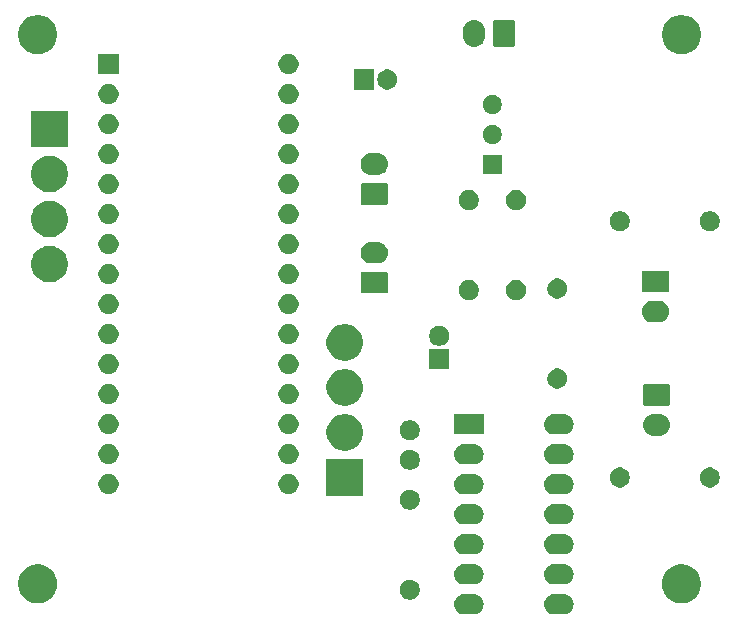
<source format=gbr>
G04 #@! TF.GenerationSoftware,KiCad,Pcbnew,5.1.5-52549c5~84~ubuntu18.04.1*
G04 #@! TF.CreationDate,2020-05-03T21:02:41-04:00*
G04 #@! TF.ProjectId,dac_ino,6461635f-696e-46f2-9e6b-696361645f70,rev?*
G04 #@! TF.SameCoordinates,Original*
G04 #@! TF.FileFunction,Soldermask,Top*
G04 #@! TF.FilePolarity,Negative*
%FSLAX46Y46*%
G04 Gerber Fmt 4.6, Leading zero omitted, Abs format (unit mm)*
G04 Created by KiCad (PCBNEW 5.1.5-52549c5~84~ubuntu18.04.1) date 2020-05-03 21:02:41*
%MOMM*%
%LPD*%
G04 APERTURE LIST*
%ADD10C,0.100000*%
G04 APERTURE END LIST*
D10*
G36*
X174186823Y-144901313D02*
G01*
X174347242Y-144949976D01*
X174479906Y-145020886D01*
X174495078Y-145028996D01*
X174624659Y-145135341D01*
X174731004Y-145264922D01*
X174731005Y-145264924D01*
X174810024Y-145412758D01*
X174858687Y-145573177D01*
X174875117Y-145740000D01*
X174858687Y-145906823D01*
X174810024Y-146067242D01*
X174739114Y-146199906D01*
X174731004Y-146215078D01*
X174624659Y-146344659D01*
X174495078Y-146451004D01*
X174495076Y-146451005D01*
X174347242Y-146530024D01*
X174186823Y-146578687D01*
X174061804Y-146591000D01*
X173178196Y-146591000D01*
X173053177Y-146578687D01*
X172892758Y-146530024D01*
X172744924Y-146451005D01*
X172744922Y-146451004D01*
X172615341Y-146344659D01*
X172508996Y-146215078D01*
X172500886Y-146199906D01*
X172429976Y-146067242D01*
X172381313Y-145906823D01*
X172364883Y-145740000D01*
X172381313Y-145573177D01*
X172429976Y-145412758D01*
X172508995Y-145264924D01*
X172508996Y-145264922D01*
X172615341Y-145135341D01*
X172744922Y-145028996D01*
X172760094Y-145020886D01*
X172892758Y-144949976D01*
X173053177Y-144901313D01*
X173178196Y-144889000D01*
X174061804Y-144889000D01*
X174186823Y-144901313D01*
G37*
G36*
X166566823Y-144901313D02*
G01*
X166727242Y-144949976D01*
X166859906Y-145020886D01*
X166875078Y-145028996D01*
X167004659Y-145135341D01*
X167111004Y-145264922D01*
X167111005Y-145264924D01*
X167190024Y-145412758D01*
X167238687Y-145573177D01*
X167255117Y-145740000D01*
X167238687Y-145906823D01*
X167190024Y-146067242D01*
X167119114Y-146199906D01*
X167111004Y-146215078D01*
X167004659Y-146344659D01*
X166875078Y-146451004D01*
X166875076Y-146451005D01*
X166727242Y-146530024D01*
X166566823Y-146578687D01*
X166441804Y-146591000D01*
X165558196Y-146591000D01*
X165433177Y-146578687D01*
X165272758Y-146530024D01*
X165124924Y-146451005D01*
X165124922Y-146451004D01*
X164995341Y-146344659D01*
X164888996Y-146215078D01*
X164880886Y-146199906D01*
X164809976Y-146067242D01*
X164761313Y-145906823D01*
X164744883Y-145740000D01*
X164761313Y-145573177D01*
X164809976Y-145412758D01*
X164888995Y-145264924D01*
X164888996Y-145264922D01*
X164995341Y-145135341D01*
X165124922Y-145028996D01*
X165140094Y-145020886D01*
X165272758Y-144949976D01*
X165433177Y-144901313D01*
X165558196Y-144889000D01*
X166441804Y-144889000D01*
X166566823Y-144901313D01*
G37*
G36*
X129875256Y-142391298D02*
G01*
X129981579Y-142412447D01*
X130282042Y-142536903D01*
X130552451Y-142717585D01*
X130782415Y-142947549D01*
X130963097Y-143217958D01*
X131087553Y-143518421D01*
X131108702Y-143624744D01*
X131151000Y-143837389D01*
X131151000Y-144162611D01*
X131108702Y-144375256D01*
X131087553Y-144481579D01*
X130963097Y-144782042D01*
X130782415Y-145052451D01*
X130552451Y-145282415D01*
X130282042Y-145463097D01*
X129981579Y-145587553D01*
X129875256Y-145608702D01*
X129662611Y-145651000D01*
X129337389Y-145651000D01*
X129124744Y-145608702D01*
X129018421Y-145587553D01*
X128717958Y-145463097D01*
X128447549Y-145282415D01*
X128217585Y-145052451D01*
X128036903Y-144782042D01*
X127912447Y-144481579D01*
X127891298Y-144375256D01*
X127849000Y-144162611D01*
X127849000Y-143837389D01*
X127891298Y-143624744D01*
X127912447Y-143518421D01*
X128036903Y-143217958D01*
X128217585Y-142947549D01*
X128447549Y-142717585D01*
X128717958Y-142536903D01*
X129018421Y-142412447D01*
X129124744Y-142391298D01*
X129337389Y-142349000D01*
X129662611Y-142349000D01*
X129875256Y-142391298D01*
G37*
G36*
X184375256Y-142391298D02*
G01*
X184481579Y-142412447D01*
X184782042Y-142536903D01*
X185052451Y-142717585D01*
X185282415Y-142947549D01*
X185463097Y-143217958D01*
X185587553Y-143518421D01*
X185608702Y-143624744D01*
X185651000Y-143837389D01*
X185651000Y-144162611D01*
X185608702Y-144375256D01*
X185587553Y-144481579D01*
X185463097Y-144782042D01*
X185282415Y-145052451D01*
X185052451Y-145282415D01*
X184782042Y-145463097D01*
X184481579Y-145587553D01*
X184375256Y-145608702D01*
X184162611Y-145651000D01*
X183837389Y-145651000D01*
X183624744Y-145608702D01*
X183518421Y-145587553D01*
X183217958Y-145463097D01*
X182947549Y-145282415D01*
X182717585Y-145052451D01*
X182536903Y-144782042D01*
X182412447Y-144481579D01*
X182391298Y-144375256D01*
X182349000Y-144162611D01*
X182349000Y-143837389D01*
X182391298Y-143624744D01*
X182412447Y-143518421D01*
X182536903Y-143217958D01*
X182717585Y-142947549D01*
X182947549Y-142717585D01*
X183217958Y-142536903D01*
X183518421Y-142412447D01*
X183624744Y-142391298D01*
X183837389Y-142349000D01*
X184162611Y-142349000D01*
X184375256Y-142391298D01*
G37*
G36*
X161248228Y-143681703D02*
G01*
X161403100Y-143745853D01*
X161542481Y-143838985D01*
X161661015Y-143957519D01*
X161754147Y-144096900D01*
X161818297Y-144251772D01*
X161851000Y-144416184D01*
X161851000Y-144583816D01*
X161818297Y-144748228D01*
X161754147Y-144903100D01*
X161661015Y-145042481D01*
X161542481Y-145161015D01*
X161403100Y-145254147D01*
X161248228Y-145318297D01*
X161083816Y-145351000D01*
X160916184Y-145351000D01*
X160751772Y-145318297D01*
X160596900Y-145254147D01*
X160457519Y-145161015D01*
X160338985Y-145042481D01*
X160245853Y-144903100D01*
X160181703Y-144748228D01*
X160149000Y-144583816D01*
X160149000Y-144416184D01*
X160181703Y-144251772D01*
X160245853Y-144096900D01*
X160338985Y-143957519D01*
X160457519Y-143838985D01*
X160596900Y-143745853D01*
X160751772Y-143681703D01*
X160916184Y-143649000D01*
X161083816Y-143649000D01*
X161248228Y-143681703D01*
G37*
G36*
X174186823Y-142361313D02*
G01*
X174347242Y-142409976D01*
X174479906Y-142480886D01*
X174495078Y-142488996D01*
X174624659Y-142595341D01*
X174731004Y-142724922D01*
X174731005Y-142724924D01*
X174810024Y-142872758D01*
X174858687Y-143033177D01*
X174875117Y-143200000D01*
X174858687Y-143366823D01*
X174810024Y-143527242D01*
X174744943Y-143649000D01*
X174731004Y-143675078D01*
X174624659Y-143804659D01*
X174495078Y-143911004D01*
X174495076Y-143911005D01*
X174347242Y-143990024D01*
X174186823Y-144038687D01*
X174061804Y-144051000D01*
X173178196Y-144051000D01*
X173053177Y-144038687D01*
X172892758Y-143990024D01*
X172744924Y-143911005D01*
X172744922Y-143911004D01*
X172615341Y-143804659D01*
X172508996Y-143675078D01*
X172495057Y-143649000D01*
X172429976Y-143527242D01*
X172381313Y-143366823D01*
X172364883Y-143200000D01*
X172381313Y-143033177D01*
X172429976Y-142872758D01*
X172508995Y-142724924D01*
X172508996Y-142724922D01*
X172615341Y-142595341D01*
X172744922Y-142488996D01*
X172760094Y-142480886D01*
X172892758Y-142409976D01*
X173053177Y-142361313D01*
X173178196Y-142349000D01*
X174061804Y-142349000D01*
X174186823Y-142361313D01*
G37*
G36*
X166566823Y-142361313D02*
G01*
X166727242Y-142409976D01*
X166859906Y-142480886D01*
X166875078Y-142488996D01*
X167004659Y-142595341D01*
X167111004Y-142724922D01*
X167111005Y-142724924D01*
X167190024Y-142872758D01*
X167238687Y-143033177D01*
X167255117Y-143200000D01*
X167238687Y-143366823D01*
X167190024Y-143527242D01*
X167124943Y-143649000D01*
X167111004Y-143675078D01*
X167004659Y-143804659D01*
X166875078Y-143911004D01*
X166875076Y-143911005D01*
X166727242Y-143990024D01*
X166566823Y-144038687D01*
X166441804Y-144051000D01*
X165558196Y-144051000D01*
X165433177Y-144038687D01*
X165272758Y-143990024D01*
X165124924Y-143911005D01*
X165124922Y-143911004D01*
X164995341Y-143804659D01*
X164888996Y-143675078D01*
X164875057Y-143649000D01*
X164809976Y-143527242D01*
X164761313Y-143366823D01*
X164744883Y-143200000D01*
X164761313Y-143033177D01*
X164809976Y-142872758D01*
X164888995Y-142724924D01*
X164888996Y-142724922D01*
X164995341Y-142595341D01*
X165124922Y-142488996D01*
X165140094Y-142480886D01*
X165272758Y-142409976D01*
X165433177Y-142361313D01*
X165558196Y-142349000D01*
X166441804Y-142349000D01*
X166566823Y-142361313D01*
G37*
G36*
X174186823Y-139821313D02*
G01*
X174347242Y-139869976D01*
X174479906Y-139940886D01*
X174495078Y-139948996D01*
X174624659Y-140055341D01*
X174731004Y-140184922D01*
X174731005Y-140184924D01*
X174810024Y-140332758D01*
X174858687Y-140493177D01*
X174875117Y-140660000D01*
X174858687Y-140826823D01*
X174810024Y-140987242D01*
X174739114Y-141119906D01*
X174731004Y-141135078D01*
X174624659Y-141264659D01*
X174495078Y-141371004D01*
X174495076Y-141371005D01*
X174347242Y-141450024D01*
X174186823Y-141498687D01*
X174061804Y-141511000D01*
X173178196Y-141511000D01*
X173053177Y-141498687D01*
X172892758Y-141450024D01*
X172744924Y-141371005D01*
X172744922Y-141371004D01*
X172615341Y-141264659D01*
X172508996Y-141135078D01*
X172500886Y-141119906D01*
X172429976Y-140987242D01*
X172381313Y-140826823D01*
X172364883Y-140660000D01*
X172381313Y-140493177D01*
X172429976Y-140332758D01*
X172508995Y-140184924D01*
X172508996Y-140184922D01*
X172615341Y-140055341D01*
X172744922Y-139948996D01*
X172760094Y-139940886D01*
X172892758Y-139869976D01*
X173053177Y-139821313D01*
X173178196Y-139809000D01*
X174061804Y-139809000D01*
X174186823Y-139821313D01*
G37*
G36*
X166566823Y-139821313D02*
G01*
X166727242Y-139869976D01*
X166859906Y-139940886D01*
X166875078Y-139948996D01*
X167004659Y-140055341D01*
X167111004Y-140184922D01*
X167111005Y-140184924D01*
X167190024Y-140332758D01*
X167238687Y-140493177D01*
X167255117Y-140660000D01*
X167238687Y-140826823D01*
X167190024Y-140987242D01*
X167119114Y-141119906D01*
X167111004Y-141135078D01*
X167004659Y-141264659D01*
X166875078Y-141371004D01*
X166875076Y-141371005D01*
X166727242Y-141450024D01*
X166566823Y-141498687D01*
X166441804Y-141511000D01*
X165558196Y-141511000D01*
X165433177Y-141498687D01*
X165272758Y-141450024D01*
X165124924Y-141371005D01*
X165124922Y-141371004D01*
X164995341Y-141264659D01*
X164888996Y-141135078D01*
X164880886Y-141119906D01*
X164809976Y-140987242D01*
X164761313Y-140826823D01*
X164744883Y-140660000D01*
X164761313Y-140493177D01*
X164809976Y-140332758D01*
X164888995Y-140184924D01*
X164888996Y-140184922D01*
X164995341Y-140055341D01*
X165124922Y-139948996D01*
X165140094Y-139940886D01*
X165272758Y-139869976D01*
X165433177Y-139821313D01*
X165558196Y-139809000D01*
X166441804Y-139809000D01*
X166566823Y-139821313D01*
G37*
G36*
X166566823Y-137281313D02*
G01*
X166727242Y-137329976D01*
X166859906Y-137400886D01*
X166875078Y-137408996D01*
X167004659Y-137515341D01*
X167111004Y-137644922D01*
X167111005Y-137644924D01*
X167190024Y-137792758D01*
X167238687Y-137953177D01*
X167255117Y-138120000D01*
X167238687Y-138286823D01*
X167190024Y-138447242D01*
X167119114Y-138579906D01*
X167111004Y-138595078D01*
X167004659Y-138724659D01*
X166875078Y-138831004D01*
X166875076Y-138831005D01*
X166727242Y-138910024D01*
X166566823Y-138958687D01*
X166441804Y-138971000D01*
X165558196Y-138971000D01*
X165433177Y-138958687D01*
X165272758Y-138910024D01*
X165124924Y-138831005D01*
X165124922Y-138831004D01*
X164995341Y-138724659D01*
X164888996Y-138595078D01*
X164880886Y-138579906D01*
X164809976Y-138447242D01*
X164761313Y-138286823D01*
X164744883Y-138120000D01*
X164761313Y-137953177D01*
X164809976Y-137792758D01*
X164888995Y-137644924D01*
X164888996Y-137644922D01*
X164995341Y-137515341D01*
X165124922Y-137408996D01*
X165140094Y-137400886D01*
X165272758Y-137329976D01*
X165433177Y-137281313D01*
X165558196Y-137269000D01*
X166441804Y-137269000D01*
X166566823Y-137281313D01*
G37*
G36*
X174186823Y-137281313D02*
G01*
X174347242Y-137329976D01*
X174479906Y-137400886D01*
X174495078Y-137408996D01*
X174624659Y-137515341D01*
X174731004Y-137644922D01*
X174731005Y-137644924D01*
X174810024Y-137792758D01*
X174858687Y-137953177D01*
X174875117Y-138120000D01*
X174858687Y-138286823D01*
X174810024Y-138447242D01*
X174739114Y-138579906D01*
X174731004Y-138595078D01*
X174624659Y-138724659D01*
X174495078Y-138831004D01*
X174495076Y-138831005D01*
X174347242Y-138910024D01*
X174186823Y-138958687D01*
X174061804Y-138971000D01*
X173178196Y-138971000D01*
X173053177Y-138958687D01*
X172892758Y-138910024D01*
X172744924Y-138831005D01*
X172744922Y-138831004D01*
X172615341Y-138724659D01*
X172508996Y-138595078D01*
X172500886Y-138579906D01*
X172429976Y-138447242D01*
X172381313Y-138286823D01*
X172364883Y-138120000D01*
X172381313Y-137953177D01*
X172429976Y-137792758D01*
X172508995Y-137644924D01*
X172508996Y-137644922D01*
X172615341Y-137515341D01*
X172744922Y-137408996D01*
X172760094Y-137400886D01*
X172892758Y-137329976D01*
X173053177Y-137281313D01*
X173178196Y-137269000D01*
X174061804Y-137269000D01*
X174186823Y-137281313D01*
G37*
G36*
X161248228Y-136061703D02*
G01*
X161403100Y-136125853D01*
X161542481Y-136218985D01*
X161661015Y-136337519D01*
X161754147Y-136476900D01*
X161818297Y-136631772D01*
X161851000Y-136796184D01*
X161851000Y-136963816D01*
X161818297Y-137128228D01*
X161754147Y-137283100D01*
X161661015Y-137422481D01*
X161542481Y-137541015D01*
X161403100Y-137634147D01*
X161248228Y-137698297D01*
X161083816Y-137731000D01*
X160916184Y-137731000D01*
X160751772Y-137698297D01*
X160596900Y-137634147D01*
X160457519Y-137541015D01*
X160338985Y-137422481D01*
X160245853Y-137283100D01*
X160181703Y-137128228D01*
X160149000Y-136963816D01*
X160149000Y-136796184D01*
X160181703Y-136631772D01*
X160245853Y-136476900D01*
X160338985Y-136337519D01*
X160457519Y-136218985D01*
X160596900Y-136125853D01*
X160751772Y-136061703D01*
X160916184Y-136029000D01*
X161083816Y-136029000D01*
X161248228Y-136061703D01*
G37*
G36*
X157050870Y-136550870D02*
G01*
X153949130Y-136550870D01*
X153949130Y-133449130D01*
X157050870Y-133449130D01*
X157050870Y-136550870D01*
G37*
G36*
X166566823Y-134741313D02*
G01*
X166727242Y-134789976D01*
X166859906Y-134860886D01*
X166875078Y-134868996D01*
X167004659Y-134975341D01*
X167111004Y-135104922D01*
X167111005Y-135104924D01*
X167190024Y-135252758D01*
X167238687Y-135413177D01*
X167255117Y-135580000D01*
X167238687Y-135746823D01*
X167190024Y-135907242D01*
X167160169Y-135963097D01*
X167111004Y-136055078D01*
X167004659Y-136184659D01*
X166875078Y-136291004D01*
X166875076Y-136291005D01*
X166727242Y-136370024D01*
X166566823Y-136418687D01*
X166441804Y-136431000D01*
X165558196Y-136431000D01*
X165433177Y-136418687D01*
X165272758Y-136370024D01*
X165124924Y-136291005D01*
X165124922Y-136291004D01*
X164995341Y-136184659D01*
X164888996Y-136055078D01*
X164839831Y-135963097D01*
X164809976Y-135907242D01*
X164761313Y-135746823D01*
X164744883Y-135580000D01*
X164761313Y-135413177D01*
X164809976Y-135252758D01*
X164888995Y-135104924D01*
X164888996Y-135104922D01*
X164995341Y-134975341D01*
X165124922Y-134868996D01*
X165140094Y-134860886D01*
X165272758Y-134789976D01*
X165433177Y-134741313D01*
X165558196Y-134729000D01*
X166441804Y-134729000D01*
X166566823Y-134741313D01*
G37*
G36*
X174186823Y-134741313D02*
G01*
X174347242Y-134789976D01*
X174479906Y-134860886D01*
X174495078Y-134868996D01*
X174624659Y-134975341D01*
X174731004Y-135104922D01*
X174731005Y-135104924D01*
X174810024Y-135252758D01*
X174858687Y-135413177D01*
X174875117Y-135580000D01*
X174858687Y-135746823D01*
X174810024Y-135907242D01*
X174780169Y-135963097D01*
X174731004Y-136055078D01*
X174624659Y-136184659D01*
X174495078Y-136291004D01*
X174495076Y-136291005D01*
X174347242Y-136370024D01*
X174186823Y-136418687D01*
X174061804Y-136431000D01*
X173178196Y-136431000D01*
X173053177Y-136418687D01*
X172892758Y-136370024D01*
X172744924Y-136291005D01*
X172744922Y-136291004D01*
X172615341Y-136184659D01*
X172508996Y-136055078D01*
X172459831Y-135963097D01*
X172429976Y-135907242D01*
X172381313Y-135746823D01*
X172364883Y-135580000D01*
X172381313Y-135413177D01*
X172429976Y-135252758D01*
X172508995Y-135104924D01*
X172508996Y-135104922D01*
X172615341Y-134975341D01*
X172744922Y-134868996D01*
X172760094Y-134860886D01*
X172892758Y-134789976D01*
X173053177Y-134741313D01*
X173178196Y-134729000D01*
X174061804Y-134729000D01*
X174186823Y-134741313D01*
G37*
G36*
X150988228Y-134741703D02*
G01*
X151143100Y-134805853D01*
X151282481Y-134898985D01*
X151401015Y-135017519D01*
X151494147Y-135156900D01*
X151558297Y-135311772D01*
X151591000Y-135476184D01*
X151591000Y-135643816D01*
X151558297Y-135808228D01*
X151494147Y-135963100D01*
X151401015Y-136102481D01*
X151282481Y-136221015D01*
X151143100Y-136314147D01*
X150988228Y-136378297D01*
X150823816Y-136411000D01*
X150656184Y-136411000D01*
X150491772Y-136378297D01*
X150336900Y-136314147D01*
X150197519Y-136221015D01*
X150078985Y-136102481D01*
X149985853Y-135963100D01*
X149921703Y-135808228D01*
X149889000Y-135643816D01*
X149889000Y-135476184D01*
X149921703Y-135311772D01*
X149985853Y-135156900D01*
X150078985Y-135017519D01*
X150197519Y-134898985D01*
X150336900Y-134805853D01*
X150491772Y-134741703D01*
X150656184Y-134709000D01*
X150823816Y-134709000D01*
X150988228Y-134741703D01*
G37*
G36*
X135748228Y-134741703D02*
G01*
X135903100Y-134805853D01*
X136042481Y-134898985D01*
X136161015Y-135017519D01*
X136254147Y-135156900D01*
X136318297Y-135311772D01*
X136351000Y-135476184D01*
X136351000Y-135643816D01*
X136318297Y-135808228D01*
X136254147Y-135963100D01*
X136161015Y-136102481D01*
X136042481Y-136221015D01*
X135903100Y-136314147D01*
X135748228Y-136378297D01*
X135583816Y-136411000D01*
X135416184Y-136411000D01*
X135251772Y-136378297D01*
X135096900Y-136314147D01*
X134957519Y-136221015D01*
X134838985Y-136102481D01*
X134745853Y-135963100D01*
X134681703Y-135808228D01*
X134649000Y-135643816D01*
X134649000Y-135476184D01*
X134681703Y-135311772D01*
X134745853Y-135156900D01*
X134838985Y-135017519D01*
X134957519Y-134898985D01*
X135096900Y-134805853D01*
X135251772Y-134741703D01*
X135416184Y-134709000D01*
X135583816Y-134709000D01*
X135748228Y-134741703D01*
G37*
G36*
X179028228Y-134181703D02*
G01*
X179183100Y-134245853D01*
X179322481Y-134338985D01*
X179441015Y-134457519D01*
X179534147Y-134596900D01*
X179598297Y-134751772D01*
X179631000Y-134916184D01*
X179631000Y-135083816D01*
X179598297Y-135248228D01*
X179534147Y-135403100D01*
X179441015Y-135542481D01*
X179322481Y-135661015D01*
X179183100Y-135754147D01*
X179028228Y-135818297D01*
X178863816Y-135851000D01*
X178696184Y-135851000D01*
X178531772Y-135818297D01*
X178376900Y-135754147D01*
X178237519Y-135661015D01*
X178118985Y-135542481D01*
X178025853Y-135403100D01*
X177961703Y-135248228D01*
X177929000Y-135083816D01*
X177929000Y-134916184D01*
X177961703Y-134751772D01*
X178025853Y-134596900D01*
X178118985Y-134457519D01*
X178237519Y-134338985D01*
X178376900Y-134245853D01*
X178531772Y-134181703D01*
X178696184Y-134149000D01*
X178863816Y-134149000D01*
X179028228Y-134181703D01*
G37*
G36*
X186648228Y-134181703D02*
G01*
X186803100Y-134245853D01*
X186942481Y-134338985D01*
X187061015Y-134457519D01*
X187154147Y-134596900D01*
X187218297Y-134751772D01*
X187251000Y-134916184D01*
X187251000Y-135083816D01*
X187218297Y-135248228D01*
X187154147Y-135403100D01*
X187061015Y-135542481D01*
X186942481Y-135661015D01*
X186803100Y-135754147D01*
X186648228Y-135818297D01*
X186483816Y-135851000D01*
X186316184Y-135851000D01*
X186151772Y-135818297D01*
X185996900Y-135754147D01*
X185857519Y-135661015D01*
X185738985Y-135542481D01*
X185645853Y-135403100D01*
X185581703Y-135248228D01*
X185549000Y-135083816D01*
X185549000Y-134916184D01*
X185581703Y-134751772D01*
X185645853Y-134596900D01*
X185738985Y-134457519D01*
X185857519Y-134338985D01*
X185996900Y-134245853D01*
X186151772Y-134181703D01*
X186316184Y-134149000D01*
X186483816Y-134149000D01*
X186648228Y-134181703D01*
G37*
G36*
X161248228Y-132681703D02*
G01*
X161403100Y-132745853D01*
X161542481Y-132838985D01*
X161661015Y-132957519D01*
X161754147Y-133096900D01*
X161818297Y-133251772D01*
X161851000Y-133416184D01*
X161851000Y-133583816D01*
X161818297Y-133748228D01*
X161754147Y-133903100D01*
X161661015Y-134042481D01*
X161542481Y-134161015D01*
X161403100Y-134254147D01*
X161248228Y-134318297D01*
X161083816Y-134351000D01*
X160916184Y-134351000D01*
X160751772Y-134318297D01*
X160596900Y-134254147D01*
X160457519Y-134161015D01*
X160338985Y-134042481D01*
X160245853Y-133903100D01*
X160181703Y-133748228D01*
X160149000Y-133583816D01*
X160149000Y-133416184D01*
X160181703Y-133251772D01*
X160245853Y-133096900D01*
X160338985Y-132957519D01*
X160457519Y-132838985D01*
X160596900Y-132745853D01*
X160751772Y-132681703D01*
X160916184Y-132649000D01*
X161083816Y-132649000D01*
X161248228Y-132681703D01*
G37*
G36*
X166566823Y-132201313D02*
G01*
X166727242Y-132249976D01*
X166859906Y-132320886D01*
X166875078Y-132328996D01*
X167004659Y-132435341D01*
X167111004Y-132564922D01*
X167111005Y-132564924D01*
X167190024Y-132712758D01*
X167238687Y-132873177D01*
X167255117Y-133040000D01*
X167238687Y-133206823D01*
X167190024Y-133367242D01*
X167163864Y-133416184D01*
X167111004Y-133515078D01*
X167004659Y-133644659D01*
X166875078Y-133751004D01*
X166875076Y-133751005D01*
X166727242Y-133830024D01*
X166566823Y-133878687D01*
X166441804Y-133891000D01*
X165558196Y-133891000D01*
X165433177Y-133878687D01*
X165272758Y-133830024D01*
X165124924Y-133751005D01*
X165124922Y-133751004D01*
X164995341Y-133644659D01*
X164888996Y-133515078D01*
X164836136Y-133416184D01*
X164809976Y-133367242D01*
X164761313Y-133206823D01*
X164744883Y-133040000D01*
X164761313Y-132873177D01*
X164809976Y-132712758D01*
X164888995Y-132564924D01*
X164888996Y-132564922D01*
X164995341Y-132435341D01*
X165124922Y-132328996D01*
X165140094Y-132320886D01*
X165272758Y-132249976D01*
X165433177Y-132201313D01*
X165558196Y-132189000D01*
X166441804Y-132189000D01*
X166566823Y-132201313D01*
G37*
G36*
X174186823Y-132201313D02*
G01*
X174347242Y-132249976D01*
X174479906Y-132320886D01*
X174495078Y-132328996D01*
X174624659Y-132435341D01*
X174731004Y-132564922D01*
X174731005Y-132564924D01*
X174810024Y-132712758D01*
X174858687Y-132873177D01*
X174875117Y-133040000D01*
X174858687Y-133206823D01*
X174810024Y-133367242D01*
X174783864Y-133416184D01*
X174731004Y-133515078D01*
X174624659Y-133644659D01*
X174495078Y-133751004D01*
X174495076Y-133751005D01*
X174347242Y-133830024D01*
X174186823Y-133878687D01*
X174061804Y-133891000D01*
X173178196Y-133891000D01*
X173053177Y-133878687D01*
X172892758Y-133830024D01*
X172744924Y-133751005D01*
X172744922Y-133751004D01*
X172615341Y-133644659D01*
X172508996Y-133515078D01*
X172456136Y-133416184D01*
X172429976Y-133367242D01*
X172381313Y-133206823D01*
X172364883Y-133040000D01*
X172381313Y-132873177D01*
X172429976Y-132712758D01*
X172508995Y-132564924D01*
X172508996Y-132564922D01*
X172615341Y-132435341D01*
X172744922Y-132328996D01*
X172760094Y-132320886D01*
X172892758Y-132249976D01*
X173053177Y-132201313D01*
X173178196Y-132189000D01*
X174061804Y-132189000D01*
X174186823Y-132201313D01*
G37*
G36*
X135748228Y-132201703D02*
G01*
X135903100Y-132265853D01*
X136042481Y-132358985D01*
X136161015Y-132477519D01*
X136254147Y-132616900D01*
X136318297Y-132771772D01*
X136351000Y-132936184D01*
X136351000Y-133103816D01*
X136318297Y-133268228D01*
X136254147Y-133423100D01*
X136161015Y-133562481D01*
X136042481Y-133681015D01*
X135903100Y-133774147D01*
X135748228Y-133838297D01*
X135583816Y-133871000D01*
X135416184Y-133871000D01*
X135251772Y-133838297D01*
X135096900Y-133774147D01*
X134957519Y-133681015D01*
X134838985Y-133562481D01*
X134745853Y-133423100D01*
X134681703Y-133268228D01*
X134649000Y-133103816D01*
X134649000Y-132936184D01*
X134681703Y-132771772D01*
X134745853Y-132616900D01*
X134838985Y-132477519D01*
X134957519Y-132358985D01*
X135096900Y-132265853D01*
X135251772Y-132201703D01*
X135416184Y-132169000D01*
X135583816Y-132169000D01*
X135748228Y-132201703D01*
G37*
G36*
X150988228Y-132201703D02*
G01*
X151143100Y-132265853D01*
X151282481Y-132358985D01*
X151401015Y-132477519D01*
X151494147Y-132616900D01*
X151558297Y-132771772D01*
X151591000Y-132936184D01*
X151591000Y-133103816D01*
X151558297Y-133268228D01*
X151494147Y-133423100D01*
X151401015Y-133562481D01*
X151282481Y-133681015D01*
X151143100Y-133774147D01*
X150988228Y-133838297D01*
X150823816Y-133871000D01*
X150656184Y-133871000D01*
X150491772Y-133838297D01*
X150336900Y-133774147D01*
X150197519Y-133681015D01*
X150078985Y-133562481D01*
X149985853Y-133423100D01*
X149921703Y-133268228D01*
X149889000Y-133103816D01*
X149889000Y-132936184D01*
X149921703Y-132771772D01*
X149985853Y-132616900D01*
X150078985Y-132477519D01*
X150197519Y-132358985D01*
X150336900Y-132265853D01*
X150491772Y-132201703D01*
X150656184Y-132169000D01*
X150823816Y-132169000D01*
X150988228Y-132201703D01*
G37*
G36*
X155852497Y-129678863D02*
G01*
X155952372Y-129698729D01*
X156069279Y-129747154D01*
X156234611Y-129815636D01*
X156488621Y-129985360D01*
X156704640Y-130201379D01*
X156874364Y-130455389D01*
X156932979Y-130596900D01*
X156987378Y-130728229D01*
X156991271Y-130737629D01*
X157050870Y-131037251D01*
X157050870Y-131342749D01*
X157038866Y-131403097D01*
X156991271Y-131642372D01*
X156944972Y-131754147D01*
X156874364Y-131924611D01*
X156704640Y-132178621D01*
X156488621Y-132394640D01*
X156234611Y-132564364D01*
X156107777Y-132616900D01*
X155952372Y-132681271D01*
X155852497Y-132701137D01*
X155652749Y-132740870D01*
X155347251Y-132740870D01*
X155147503Y-132701137D01*
X155047628Y-132681271D01*
X154892223Y-132616900D01*
X154765389Y-132564364D01*
X154511379Y-132394640D01*
X154295360Y-132178621D01*
X154125636Y-131924611D01*
X154055028Y-131754147D01*
X154008729Y-131642372D01*
X153961134Y-131403097D01*
X153949130Y-131342749D01*
X153949130Y-131037251D01*
X154008729Y-130737629D01*
X154012623Y-130728229D01*
X154067021Y-130596900D01*
X154125636Y-130455389D01*
X154295360Y-130201379D01*
X154511379Y-129985360D01*
X154765389Y-129815636D01*
X154930721Y-129747154D01*
X155047628Y-129698729D01*
X155147503Y-129678863D01*
X155347251Y-129639130D01*
X155652749Y-129639130D01*
X155852497Y-129678863D01*
G37*
G36*
X161248228Y-130181703D02*
G01*
X161403100Y-130245853D01*
X161542481Y-130338985D01*
X161661015Y-130457519D01*
X161754147Y-130596900D01*
X161818297Y-130751772D01*
X161851000Y-130916184D01*
X161851000Y-131083816D01*
X161818297Y-131248228D01*
X161754147Y-131403100D01*
X161661015Y-131542481D01*
X161542481Y-131661015D01*
X161403100Y-131754147D01*
X161248228Y-131818297D01*
X161083816Y-131851000D01*
X160916184Y-131851000D01*
X160751772Y-131818297D01*
X160596900Y-131754147D01*
X160457519Y-131661015D01*
X160338985Y-131542481D01*
X160245853Y-131403100D01*
X160181703Y-131248228D01*
X160149000Y-131083816D01*
X160149000Y-130916184D01*
X160181703Y-130751772D01*
X160245853Y-130596900D01*
X160338985Y-130457519D01*
X160457519Y-130338985D01*
X160596900Y-130245853D01*
X160751772Y-130181703D01*
X160916184Y-130149000D01*
X161083816Y-130149000D01*
X161248228Y-130181703D01*
G37*
G36*
X182220345Y-129623442D02*
G01*
X182310548Y-129632326D01*
X182484157Y-129684990D01*
X182644156Y-129770511D01*
X182687729Y-129806271D01*
X182784397Y-129885603D01*
X182863729Y-129982271D01*
X182899489Y-130025844D01*
X182985010Y-130185843D01*
X183037674Y-130359452D01*
X183055456Y-130540000D01*
X183037674Y-130720548D01*
X182985010Y-130894157D01*
X182899489Y-131054156D01*
X182875148Y-131083815D01*
X182784397Y-131194397D01*
X182687729Y-131273729D01*
X182644156Y-131309489D01*
X182484157Y-131395010D01*
X182310548Y-131447674D01*
X182220345Y-131456558D01*
X182175245Y-131461000D01*
X181624755Y-131461000D01*
X181579655Y-131456558D01*
X181489452Y-131447674D01*
X181315843Y-131395010D01*
X181155844Y-131309489D01*
X181112271Y-131273729D01*
X181015603Y-131194397D01*
X180924852Y-131083815D01*
X180900511Y-131054156D01*
X180814990Y-130894157D01*
X180762326Y-130720548D01*
X180744544Y-130540000D01*
X180762326Y-130359452D01*
X180814990Y-130185843D01*
X180900511Y-130025844D01*
X180936271Y-129982271D01*
X181015603Y-129885603D01*
X181112271Y-129806271D01*
X181155844Y-129770511D01*
X181315843Y-129684990D01*
X181489452Y-129632326D01*
X181579655Y-129623442D01*
X181624755Y-129619000D01*
X182175245Y-129619000D01*
X182220345Y-129623442D01*
G37*
G36*
X174186823Y-129661313D02*
G01*
X174347242Y-129709976D01*
X174460495Y-129770511D01*
X174495078Y-129788996D01*
X174624659Y-129895341D01*
X174731004Y-130024922D01*
X174731005Y-130024924D01*
X174810024Y-130172758D01*
X174810025Y-130172761D01*
X174812738Y-130181705D01*
X174858687Y-130333177D01*
X174875117Y-130500000D01*
X174858687Y-130666823D01*
X174810024Y-130827242D01*
X174780169Y-130883097D01*
X174731004Y-130975078D01*
X174624659Y-131104659D01*
X174495078Y-131211004D01*
X174495076Y-131211005D01*
X174347242Y-131290024D01*
X174186823Y-131338687D01*
X174061804Y-131351000D01*
X173178196Y-131351000D01*
X173053177Y-131338687D01*
X172892758Y-131290024D01*
X172744924Y-131211005D01*
X172744922Y-131211004D01*
X172615341Y-131104659D01*
X172508996Y-130975078D01*
X172459831Y-130883097D01*
X172429976Y-130827242D01*
X172381313Y-130666823D01*
X172364883Y-130500000D01*
X172381313Y-130333177D01*
X172427262Y-130181705D01*
X172429975Y-130172761D01*
X172429976Y-130172758D01*
X172508995Y-130024924D01*
X172508996Y-130024922D01*
X172615341Y-129895341D01*
X172744922Y-129788996D01*
X172779505Y-129770511D01*
X172892758Y-129709976D01*
X173053177Y-129661313D01*
X173178196Y-129649000D01*
X174061804Y-129649000D01*
X174186823Y-129661313D01*
G37*
G36*
X167251000Y-131351000D02*
G01*
X164749000Y-131351000D01*
X164749000Y-129649000D01*
X167251000Y-129649000D01*
X167251000Y-131351000D01*
G37*
G36*
X150988228Y-129661703D02*
G01*
X151143100Y-129725853D01*
X151282481Y-129818985D01*
X151401015Y-129937519D01*
X151494147Y-130076900D01*
X151558297Y-130231772D01*
X151591000Y-130396184D01*
X151591000Y-130563816D01*
X151558297Y-130728228D01*
X151494147Y-130883100D01*
X151401015Y-131022481D01*
X151282481Y-131141015D01*
X151143100Y-131234147D01*
X150988228Y-131298297D01*
X150823816Y-131331000D01*
X150656184Y-131331000D01*
X150491772Y-131298297D01*
X150336900Y-131234147D01*
X150197519Y-131141015D01*
X150078985Y-131022481D01*
X149985853Y-130883100D01*
X149921703Y-130728228D01*
X149889000Y-130563816D01*
X149889000Y-130396184D01*
X149921703Y-130231772D01*
X149985853Y-130076900D01*
X150078985Y-129937519D01*
X150197519Y-129818985D01*
X150336900Y-129725853D01*
X150491772Y-129661703D01*
X150656184Y-129629000D01*
X150823816Y-129629000D01*
X150988228Y-129661703D01*
G37*
G36*
X135748228Y-129661703D02*
G01*
X135903100Y-129725853D01*
X136042481Y-129818985D01*
X136161015Y-129937519D01*
X136254147Y-130076900D01*
X136318297Y-130231772D01*
X136351000Y-130396184D01*
X136351000Y-130563816D01*
X136318297Y-130728228D01*
X136254147Y-130883100D01*
X136161015Y-131022481D01*
X136042481Y-131141015D01*
X135903100Y-131234147D01*
X135748228Y-131298297D01*
X135583816Y-131331000D01*
X135416184Y-131331000D01*
X135251772Y-131298297D01*
X135096900Y-131234147D01*
X134957519Y-131141015D01*
X134838985Y-131022481D01*
X134745853Y-130883100D01*
X134681703Y-130728228D01*
X134649000Y-130563816D01*
X134649000Y-130396184D01*
X134681703Y-130231772D01*
X134745853Y-130076900D01*
X134838985Y-129937519D01*
X134957519Y-129818985D01*
X135096900Y-129725853D01*
X135251772Y-129661703D01*
X135416184Y-129629000D01*
X135583816Y-129629000D01*
X135748228Y-129661703D01*
G37*
G36*
X155852497Y-125868863D02*
G01*
X155952372Y-125888729D01*
X156069279Y-125937154D01*
X156234611Y-126005636D01*
X156488621Y-126175360D01*
X156704640Y-126391379D01*
X156874364Y-126645389D01*
X156898565Y-126703816D01*
X156966667Y-126868228D01*
X156991271Y-126927629D01*
X157050870Y-127227251D01*
X157050870Y-127532749D01*
X157019238Y-127691771D01*
X156991271Y-127832372D01*
X156981407Y-127856185D01*
X156874364Y-128114611D01*
X156704640Y-128368621D01*
X156488621Y-128584640D01*
X156234611Y-128754364D01*
X156146163Y-128791000D01*
X155952372Y-128871271D01*
X155853650Y-128890908D01*
X155652749Y-128930870D01*
X155347251Y-128930870D01*
X155146350Y-128890908D01*
X155047628Y-128871271D01*
X154853837Y-128791000D01*
X154765389Y-128754364D01*
X154511379Y-128584640D01*
X154295360Y-128368621D01*
X154125636Y-128114611D01*
X154018593Y-127856185D01*
X154008729Y-127832372D01*
X153980762Y-127691771D01*
X153949130Y-127532749D01*
X153949130Y-127227251D01*
X154008729Y-126927629D01*
X154033334Y-126868228D01*
X154101435Y-126703816D01*
X154125636Y-126645389D01*
X154295360Y-126391379D01*
X154511379Y-126175360D01*
X154765389Y-126005636D01*
X154930721Y-125937154D01*
X155047628Y-125888729D01*
X155147503Y-125868863D01*
X155347251Y-125829130D01*
X155652749Y-125829130D01*
X155852497Y-125868863D01*
G37*
G36*
X182909561Y-127082966D02*
G01*
X182942383Y-127092923D01*
X182972632Y-127109092D01*
X182999148Y-127130852D01*
X183020908Y-127157368D01*
X183037077Y-127187617D01*
X183047034Y-127220439D01*
X183051000Y-127260713D01*
X183051000Y-128739287D01*
X183047034Y-128779561D01*
X183037077Y-128812383D01*
X183020908Y-128842632D01*
X182999148Y-128869148D01*
X182972632Y-128890908D01*
X182942383Y-128907077D01*
X182909561Y-128917034D01*
X182869287Y-128921000D01*
X180930713Y-128921000D01*
X180890439Y-128917034D01*
X180857617Y-128907077D01*
X180827368Y-128890908D01*
X180800852Y-128869148D01*
X180779092Y-128842632D01*
X180762923Y-128812383D01*
X180752966Y-128779561D01*
X180749000Y-128739287D01*
X180749000Y-127260713D01*
X180752966Y-127220439D01*
X180762923Y-127187617D01*
X180779092Y-127157368D01*
X180800852Y-127130852D01*
X180827368Y-127109092D01*
X180857617Y-127092923D01*
X180890439Y-127082966D01*
X180930713Y-127079000D01*
X182869287Y-127079000D01*
X182909561Y-127082966D01*
G37*
G36*
X135748228Y-127121703D02*
G01*
X135903100Y-127185853D01*
X136042481Y-127278985D01*
X136161015Y-127397519D01*
X136254147Y-127536900D01*
X136318297Y-127691772D01*
X136351000Y-127856184D01*
X136351000Y-128023816D01*
X136318297Y-128188228D01*
X136254147Y-128343100D01*
X136161015Y-128482481D01*
X136042481Y-128601015D01*
X135903100Y-128694147D01*
X135748228Y-128758297D01*
X135583816Y-128791000D01*
X135416184Y-128791000D01*
X135251772Y-128758297D01*
X135096900Y-128694147D01*
X134957519Y-128601015D01*
X134838985Y-128482481D01*
X134745853Y-128343100D01*
X134681703Y-128188228D01*
X134649000Y-128023816D01*
X134649000Y-127856184D01*
X134681703Y-127691772D01*
X134745853Y-127536900D01*
X134838985Y-127397519D01*
X134957519Y-127278985D01*
X135096900Y-127185853D01*
X135251772Y-127121703D01*
X135416184Y-127089000D01*
X135583816Y-127089000D01*
X135748228Y-127121703D01*
G37*
G36*
X150988228Y-127121703D02*
G01*
X151143100Y-127185853D01*
X151282481Y-127278985D01*
X151401015Y-127397519D01*
X151494147Y-127536900D01*
X151558297Y-127691772D01*
X151591000Y-127856184D01*
X151591000Y-128023816D01*
X151558297Y-128188228D01*
X151494147Y-128343100D01*
X151401015Y-128482481D01*
X151282481Y-128601015D01*
X151143100Y-128694147D01*
X150988228Y-128758297D01*
X150823816Y-128791000D01*
X150656184Y-128791000D01*
X150491772Y-128758297D01*
X150336900Y-128694147D01*
X150197519Y-128601015D01*
X150078985Y-128482481D01*
X149985853Y-128343100D01*
X149921703Y-128188228D01*
X149889000Y-128023816D01*
X149889000Y-127856184D01*
X149921703Y-127691772D01*
X149985853Y-127536900D01*
X150078985Y-127397519D01*
X150197519Y-127278985D01*
X150336900Y-127185853D01*
X150491772Y-127121703D01*
X150656184Y-127089000D01*
X150823816Y-127089000D01*
X150988228Y-127121703D01*
G37*
G36*
X173748228Y-125801703D02*
G01*
X173903100Y-125865853D01*
X174042481Y-125958985D01*
X174161015Y-126077519D01*
X174254147Y-126216900D01*
X174318297Y-126371772D01*
X174351000Y-126536184D01*
X174351000Y-126703816D01*
X174318297Y-126868228D01*
X174254147Y-127023100D01*
X174161015Y-127162481D01*
X174042481Y-127281015D01*
X173903100Y-127374147D01*
X173748228Y-127438297D01*
X173583816Y-127471000D01*
X173416184Y-127471000D01*
X173251772Y-127438297D01*
X173096900Y-127374147D01*
X172957519Y-127281015D01*
X172838985Y-127162481D01*
X172745853Y-127023100D01*
X172681703Y-126868228D01*
X172649000Y-126703816D01*
X172649000Y-126536184D01*
X172681703Y-126371772D01*
X172745853Y-126216900D01*
X172838985Y-126077519D01*
X172957519Y-125958985D01*
X173096900Y-125865853D01*
X173251772Y-125801703D01*
X173416184Y-125769000D01*
X173583816Y-125769000D01*
X173748228Y-125801703D01*
G37*
G36*
X135748228Y-124581703D02*
G01*
X135903100Y-124645853D01*
X136042481Y-124738985D01*
X136161015Y-124857519D01*
X136254147Y-124996900D01*
X136318297Y-125151772D01*
X136351000Y-125316184D01*
X136351000Y-125483816D01*
X136318297Y-125648228D01*
X136254147Y-125803100D01*
X136161015Y-125942481D01*
X136042481Y-126061015D01*
X135903100Y-126154147D01*
X135748228Y-126218297D01*
X135583816Y-126251000D01*
X135416184Y-126251000D01*
X135251772Y-126218297D01*
X135096900Y-126154147D01*
X134957519Y-126061015D01*
X134838985Y-125942481D01*
X134745853Y-125803100D01*
X134681703Y-125648228D01*
X134649000Y-125483816D01*
X134649000Y-125316184D01*
X134681703Y-125151772D01*
X134745853Y-124996900D01*
X134838985Y-124857519D01*
X134957519Y-124738985D01*
X135096900Y-124645853D01*
X135251772Y-124581703D01*
X135416184Y-124549000D01*
X135583816Y-124549000D01*
X135748228Y-124581703D01*
G37*
G36*
X150988228Y-124581703D02*
G01*
X151143100Y-124645853D01*
X151282481Y-124738985D01*
X151401015Y-124857519D01*
X151494147Y-124996900D01*
X151558297Y-125151772D01*
X151591000Y-125316184D01*
X151591000Y-125483816D01*
X151558297Y-125648228D01*
X151494147Y-125803100D01*
X151401015Y-125942481D01*
X151282481Y-126061015D01*
X151143100Y-126154147D01*
X150988228Y-126218297D01*
X150823816Y-126251000D01*
X150656184Y-126251000D01*
X150491772Y-126218297D01*
X150336900Y-126154147D01*
X150197519Y-126061015D01*
X150078985Y-125942481D01*
X149985853Y-125803100D01*
X149921703Y-125648228D01*
X149889000Y-125483816D01*
X149889000Y-125316184D01*
X149921703Y-125151772D01*
X149985853Y-124996900D01*
X150078985Y-124857519D01*
X150197519Y-124738985D01*
X150336900Y-124645853D01*
X150491772Y-124581703D01*
X150656184Y-124549000D01*
X150823816Y-124549000D01*
X150988228Y-124581703D01*
G37*
G36*
X164351000Y-125851000D02*
G01*
X162649000Y-125851000D01*
X162649000Y-124149000D01*
X164351000Y-124149000D01*
X164351000Y-125851000D01*
G37*
G36*
X155852497Y-122058863D02*
G01*
X155952372Y-122078729D01*
X156069279Y-122127154D01*
X156234611Y-122195636D01*
X156488621Y-122365360D01*
X156704640Y-122581379D01*
X156874364Y-122835389D01*
X156942846Y-123000721D01*
X156987378Y-123108229D01*
X156991271Y-123117629D01*
X157050870Y-123417251D01*
X157050870Y-123722749D01*
X156991271Y-124022371D01*
X156874364Y-124304611D01*
X156704640Y-124558621D01*
X156488621Y-124774640D01*
X156234611Y-124944364D01*
X156107777Y-124996900D01*
X155952372Y-125061271D01*
X155852497Y-125081137D01*
X155652749Y-125120870D01*
X155347251Y-125120870D01*
X155147503Y-125081137D01*
X155047628Y-125061271D01*
X154892223Y-124996900D01*
X154765389Y-124944364D01*
X154511379Y-124774640D01*
X154295360Y-124558621D01*
X154125636Y-124304611D01*
X154008729Y-124022371D01*
X153949130Y-123722749D01*
X153949130Y-123417251D01*
X154008729Y-123117629D01*
X154012623Y-123108229D01*
X154057154Y-123000721D01*
X154125636Y-122835389D01*
X154295360Y-122581379D01*
X154511379Y-122365360D01*
X154765389Y-122195636D01*
X154930721Y-122127154D01*
X155047628Y-122078729D01*
X155147503Y-122058863D01*
X155347251Y-122019130D01*
X155652749Y-122019130D01*
X155852497Y-122058863D01*
G37*
G36*
X163748228Y-122181703D02*
G01*
X163903100Y-122245853D01*
X164042481Y-122338985D01*
X164161015Y-122457519D01*
X164254147Y-122596900D01*
X164318297Y-122751772D01*
X164351000Y-122916184D01*
X164351000Y-123083816D01*
X164318297Y-123248228D01*
X164254147Y-123403100D01*
X164161015Y-123542481D01*
X164042481Y-123661015D01*
X163903100Y-123754147D01*
X163748228Y-123818297D01*
X163583816Y-123851000D01*
X163416184Y-123851000D01*
X163251772Y-123818297D01*
X163096900Y-123754147D01*
X162957519Y-123661015D01*
X162838985Y-123542481D01*
X162745853Y-123403100D01*
X162681703Y-123248228D01*
X162649000Y-123083816D01*
X162649000Y-122916184D01*
X162681703Y-122751772D01*
X162745853Y-122596900D01*
X162838985Y-122457519D01*
X162957519Y-122338985D01*
X163096900Y-122245853D01*
X163251772Y-122181703D01*
X163416184Y-122149000D01*
X163583816Y-122149000D01*
X163748228Y-122181703D01*
G37*
G36*
X135748228Y-122041703D02*
G01*
X135903100Y-122105853D01*
X136042481Y-122198985D01*
X136161015Y-122317519D01*
X136254147Y-122456900D01*
X136318297Y-122611772D01*
X136351000Y-122776184D01*
X136351000Y-122943816D01*
X136318297Y-123108228D01*
X136254147Y-123263100D01*
X136161015Y-123402481D01*
X136042481Y-123521015D01*
X135903100Y-123614147D01*
X135748228Y-123678297D01*
X135583816Y-123711000D01*
X135416184Y-123711000D01*
X135251772Y-123678297D01*
X135096900Y-123614147D01*
X134957519Y-123521015D01*
X134838985Y-123402481D01*
X134745853Y-123263100D01*
X134681703Y-123108228D01*
X134649000Y-122943816D01*
X134649000Y-122776184D01*
X134681703Y-122611772D01*
X134745853Y-122456900D01*
X134838985Y-122317519D01*
X134957519Y-122198985D01*
X135096900Y-122105853D01*
X135251772Y-122041703D01*
X135416184Y-122009000D01*
X135583816Y-122009000D01*
X135748228Y-122041703D01*
G37*
G36*
X150988228Y-122041703D02*
G01*
X151143100Y-122105853D01*
X151282481Y-122198985D01*
X151401015Y-122317519D01*
X151494147Y-122456900D01*
X151558297Y-122611772D01*
X151591000Y-122776184D01*
X151591000Y-122943816D01*
X151558297Y-123108228D01*
X151494147Y-123263100D01*
X151401015Y-123402481D01*
X151282481Y-123521015D01*
X151143100Y-123614147D01*
X150988228Y-123678297D01*
X150823816Y-123711000D01*
X150656184Y-123711000D01*
X150491772Y-123678297D01*
X150336900Y-123614147D01*
X150197519Y-123521015D01*
X150078985Y-123402481D01*
X149985853Y-123263100D01*
X149921703Y-123108228D01*
X149889000Y-122943816D01*
X149889000Y-122776184D01*
X149921703Y-122611772D01*
X149985853Y-122456900D01*
X150078985Y-122317519D01*
X150197519Y-122198985D01*
X150336900Y-122105853D01*
X150491772Y-122041703D01*
X150656184Y-122009000D01*
X150823816Y-122009000D01*
X150988228Y-122041703D01*
G37*
G36*
X182120345Y-120023442D02*
G01*
X182210548Y-120032326D01*
X182384157Y-120084990D01*
X182544156Y-120170511D01*
X182587729Y-120206271D01*
X182684397Y-120285603D01*
X182763729Y-120382271D01*
X182799489Y-120425844D01*
X182885010Y-120585843D01*
X182937674Y-120759452D01*
X182955456Y-120940000D01*
X182937674Y-121120548D01*
X182885010Y-121294157D01*
X182799489Y-121454156D01*
X182763729Y-121497729D01*
X182684397Y-121594397D01*
X182587729Y-121673729D01*
X182544156Y-121709489D01*
X182384157Y-121795010D01*
X182210548Y-121847674D01*
X182120345Y-121856558D01*
X182075245Y-121861000D01*
X181524755Y-121861000D01*
X181479655Y-121856558D01*
X181389452Y-121847674D01*
X181215843Y-121795010D01*
X181055844Y-121709489D01*
X181012271Y-121673729D01*
X180915603Y-121594397D01*
X180836271Y-121497729D01*
X180800511Y-121454156D01*
X180714990Y-121294157D01*
X180662326Y-121120548D01*
X180644544Y-120940000D01*
X180662326Y-120759452D01*
X180714990Y-120585843D01*
X180800511Y-120425844D01*
X180836271Y-120382271D01*
X180915603Y-120285603D01*
X181012271Y-120206271D01*
X181055844Y-120170511D01*
X181215843Y-120084990D01*
X181389452Y-120032326D01*
X181479655Y-120023442D01*
X181524755Y-120019000D01*
X182075245Y-120019000D01*
X182120345Y-120023442D01*
G37*
G36*
X150988228Y-119501703D02*
G01*
X151143100Y-119565853D01*
X151282481Y-119658985D01*
X151401015Y-119777519D01*
X151494147Y-119916900D01*
X151558297Y-120071772D01*
X151591000Y-120236184D01*
X151591000Y-120403816D01*
X151558297Y-120568228D01*
X151494147Y-120723100D01*
X151401015Y-120862481D01*
X151282481Y-120981015D01*
X151143100Y-121074147D01*
X150988228Y-121138297D01*
X150823816Y-121171000D01*
X150656184Y-121171000D01*
X150491772Y-121138297D01*
X150336900Y-121074147D01*
X150197519Y-120981015D01*
X150078985Y-120862481D01*
X149985853Y-120723100D01*
X149921703Y-120568228D01*
X149889000Y-120403816D01*
X149889000Y-120236184D01*
X149921703Y-120071772D01*
X149985853Y-119916900D01*
X150078985Y-119777519D01*
X150197519Y-119658985D01*
X150336900Y-119565853D01*
X150491772Y-119501703D01*
X150656184Y-119469000D01*
X150823816Y-119469000D01*
X150988228Y-119501703D01*
G37*
G36*
X135748228Y-119501703D02*
G01*
X135903100Y-119565853D01*
X136042481Y-119658985D01*
X136161015Y-119777519D01*
X136254147Y-119916900D01*
X136318297Y-120071772D01*
X136351000Y-120236184D01*
X136351000Y-120403816D01*
X136318297Y-120568228D01*
X136254147Y-120723100D01*
X136161015Y-120862481D01*
X136042481Y-120981015D01*
X135903100Y-121074147D01*
X135748228Y-121138297D01*
X135583816Y-121171000D01*
X135416184Y-121171000D01*
X135251772Y-121138297D01*
X135096900Y-121074147D01*
X134957519Y-120981015D01*
X134838985Y-120862481D01*
X134745853Y-120723100D01*
X134681703Y-120568228D01*
X134649000Y-120403816D01*
X134649000Y-120236184D01*
X134681703Y-120071772D01*
X134745853Y-119916900D01*
X134838985Y-119777519D01*
X134957519Y-119658985D01*
X135096900Y-119565853D01*
X135251772Y-119501703D01*
X135416184Y-119469000D01*
X135583816Y-119469000D01*
X135748228Y-119501703D01*
G37*
G36*
X170248228Y-118301703D02*
G01*
X170403100Y-118365853D01*
X170542481Y-118458985D01*
X170661015Y-118577519D01*
X170754147Y-118716900D01*
X170818297Y-118871772D01*
X170851000Y-119036184D01*
X170851000Y-119203816D01*
X170818297Y-119368228D01*
X170754147Y-119523100D01*
X170661015Y-119662481D01*
X170542481Y-119781015D01*
X170403100Y-119874147D01*
X170248228Y-119938297D01*
X170083816Y-119971000D01*
X169916184Y-119971000D01*
X169751772Y-119938297D01*
X169596900Y-119874147D01*
X169457519Y-119781015D01*
X169338985Y-119662481D01*
X169245853Y-119523100D01*
X169181703Y-119368228D01*
X169149000Y-119203816D01*
X169149000Y-119036184D01*
X169181703Y-118871772D01*
X169245853Y-118716900D01*
X169338985Y-118577519D01*
X169457519Y-118458985D01*
X169596900Y-118365853D01*
X169751772Y-118301703D01*
X169916184Y-118269000D01*
X170083816Y-118269000D01*
X170248228Y-118301703D01*
G37*
G36*
X166248228Y-118301703D02*
G01*
X166403100Y-118365853D01*
X166542481Y-118458985D01*
X166661015Y-118577519D01*
X166754147Y-118716900D01*
X166818297Y-118871772D01*
X166851000Y-119036184D01*
X166851000Y-119203816D01*
X166818297Y-119368228D01*
X166754147Y-119523100D01*
X166661015Y-119662481D01*
X166542481Y-119781015D01*
X166403100Y-119874147D01*
X166248228Y-119938297D01*
X166083816Y-119971000D01*
X165916184Y-119971000D01*
X165751772Y-119938297D01*
X165596900Y-119874147D01*
X165457519Y-119781015D01*
X165338985Y-119662481D01*
X165245853Y-119523100D01*
X165181703Y-119368228D01*
X165149000Y-119203816D01*
X165149000Y-119036184D01*
X165181703Y-118871772D01*
X165245853Y-118716900D01*
X165338985Y-118577519D01*
X165457519Y-118458985D01*
X165596900Y-118365853D01*
X165751772Y-118301703D01*
X165916184Y-118269000D01*
X166083816Y-118269000D01*
X166248228Y-118301703D01*
G37*
G36*
X173748228Y-118181703D02*
G01*
X173903100Y-118245853D01*
X174042481Y-118338985D01*
X174161015Y-118457519D01*
X174254147Y-118596900D01*
X174318297Y-118751772D01*
X174351000Y-118916184D01*
X174351000Y-119083816D01*
X174318297Y-119248228D01*
X174254147Y-119403100D01*
X174161015Y-119542481D01*
X174042481Y-119661015D01*
X173903100Y-119754147D01*
X173748228Y-119818297D01*
X173583816Y-119851000D01*
X173416184Y-119851000D01*
X173251772Y-119818297D01*
X173096900Y-119754147D01*
X172957519Y-119661015D01*
X172838985Y-119542481D01*
X172745853Y-119403100D01*
X172681703Y-119248228D01*
X172649000Y-119083816D01*
X172649000Y-118916184D01*
X172681703Y-118751772D01*
X172745853Y-118596900D01*
X172838985Y-118457519D01*
X172957519Y-118338985D01*
X173096900Y-118245853D01*
X173251772Y-118181703D01*
X173416184Y-118149000D01*
X173583816Y-118149000D01*
X173748228Y-118181703D01*
G37*
G36*
X159009561Y-117582966D02*
G01*
X159042383Y-117592923D01*
X159072632Y-117609092D01*
X159099148Y-117630852D01*
X159120908Y-117657368D01*
X159137077Y-117687617D01*
X159147034Y-117720439D01*
X159151000Y-117760713D01*
X159151000Y-119239287D01*
X159147034Y-119279561D01*
X159137077Y-119312383D01*
X159120908Y-119342632D01*
X159099148Y-119369148D01*
X159072632Y-119390908D01*
X159042383Y-119407077D01*
X159009561Y-119417034D01*
X158969287Y-119421000D01*
X157030713Y-119421000D01*
X156990439Y-119417034D01*
X156957617Y-119407077D01*
X156927368Y-119390908D01*
X156900852Y-119369148D01*
X156879092Y-119342632D01*
X156862923Y-119312383D01*
X156852966Y-119279561D01*
X156849000Y-119239287D01*
X156849000Y-117760713D01*
X156852966Y-117720439D01*
X156862923Y-117687617D01*
X156879092Y-117657368D01*
X156900852Y-117630852D01*
X156927368Y-117609092D01*
X156957617Y-117592923D01*
X156990439Y-117582966D01*
X157030713Y-117579000D01*
X158969287Y-117579000D01*
X159009561Y-117582966D01*
G37*
G36*
X182809561Y-117482966D02*
G01*
X182842383Y-117492923D01*
X182872632Y-117509092D01*
X182899148Y-117530852D01*
X182920908Y-117557368D01*
X182937077Y-117587617D01*
X182947034Y-117620439D01*
X182951000Y-117660713D01*
X182951000Y-119139287D01*
X182947034Y-119179561D01*
X182937077Y-119212383D01*
X182920908Y-119242632D01*
X182899148Y-119269148D01*
X182872632Y-119290908D01*
X182842383Y-119307077D01*
X182809561Y-119317034D01*
X182769287Y-119321000D01*
X180830713Y-119321000D01*
X180790439Y-119317034D01*
X180757617Y-119307077D01*
X180727368Y-119290908D01*
X180700852Y-119269148D01*
X180679092Y-119242632D01*
X180662923Y-119212383D01*
X180652966Y-119179561D01*
X180649000Y-119139287D01*
X180649000Y-117660713D01*
X180652966Y-117620439D01*
X180662923Y-117587617D01*
X180679092Y-117557368D01*
X180700852Y-117530852D01*
X180727368Y-117509092D01*
X180757617Y-117492923D01*
X180790439Y-117482966D01*
X180830713Y-117479000D01*
X182769287Y-117479000D01*
X182809561Y-117482966D01*
G37*
G36*
X150988228Y-116961703D02*
G01*
X151143100Y-117025853D01*
X151282481Y-117118985D01*
X151401015Y-117237519D01*
X151494147Y-117376900D01*
X151558297Y-117531772D01*
X151591000Y-117696184D01*
X151591000Y-117863816D01*
X151558297Y-118028228D01*
X151494147Y-118183100D01*
X151401015Y-118322481D01*
X151282481Y-118441015D01*
X151143100Y-118534147D01*
X150988228Y-118598297D01*
X150823816Y-118631000D01*
X150656184Y-118631000D01*
X150491772Y-118598297D01*
X150336900Y-118534147D01*
X150197519Y-118441015D01*
X150078985Y-118322481D01*
X149985853Y-118183100D01*
X149921703Y-118028228D01*
X149889000Y-117863816D01*
X149889000Y-117696184D01*
X149921703Y-117531772D01*
X149985853Y-117376900D01*
X150078985Y-117237519D01*
X150197519Y-117118985D01*
X150336900Y-117025853D01*
X150491772Y-116961703D01*
X150656184Y-116929000D01*
X150823816Y-116929000D01*
X150988228Y-116961703D01*
G37*
G36*
X135748228Y-116961703D02*
G01*
X135903100Y-117025853D01*
X136042481Y-117118985D01*
X136161015Y-117237519D01*
X136254147Y-117376900D01*
X136318297Y-117531772D01*
X136351000Y-117696184D01*
X136351000Y-117863816D01*
X136318297Y-118028228D01*
X136254147Y-118183100D01*
X136161015Y-118322481D01*
X136042481Y-118441015D01*
X135903100Y-118534147D01*
X135748228Y-118598297D01*
X135583816Y-118631000D01*
X135416184Y-118631000D01*
X135251772Y-118598297D01*
X135096900Y-118534147D01*
X134957519Y-118441015D01*
X134838985Y-118322481D01*
X134745853Y-118183100D01*
X134681703Y-118028228D01*
X134649000Y-117863816D01*
X134649000Y-117696184D01*
X134681703Y-117531772D01*
X134745853Y-117376900D01*
X134838985Y-117237519D01*
X134957519Y-117118985D01*
X135096900Y-117025853D01*
X135251772Y-116961703D01*
X135416184Y-116929000D01*
X135583816Y-116929000D01*
X135748228Y-116961703D01*
G37*
G36*
X130852497Y-115418863D02*
G01*
X130952372Y-115438729D01*
X130969551Y-115445845D01*
X131234611Y-115555636D01*
X131488621Y-115725360D01*
X131704640Y-115941379D01*
X131874364Y-116195389D01*
X131923559Y-116314157D01*
X131989833Y-116474156D01*
X131991271Y-116477629D01*
X132050870Y-116777251D01*
X132050870Y-117082749D01*
X131991271Y-117382371D01*
X131874364Y-117664611D01*
X131704640Y-117918621D01*
X131488621Y-118134640D01*
X131234611Y-118304364D01*
X131069279Y-118372846D01*
X130952372Y-118421271D01*
X130853112Y-118441015D01*
X130652749Y-118480870D01*
X130347251Y-118480870D01*
X130146888Y-118441015D01*
X130047628Y-118421271D01*
X129930721Y-118372846D01*
X129765389Y-118304364D01*
X129511379Y-118134640D01*
X129295360Y-117918621D01*
X129125636Y-117664611D01*
X129008729Y-117382371D01*
X128949130Y-117082749D01*
X128949130Y-116777251D01*
X129008729Y-116477629D01*
X129010168Y-116474156D01*
X129076441Y-116314157D01*
X129125636Y-116195389D01*
X129295360Y-115941379D01*
X129511379Y-115725360D01*
X129765389Y-115555636D01*
X130030449Y-115445845D01*
X130047628Y-115438729D01*
X130147503Y-115418863D01*
X130347251Y-115379130D01*
X130652749Y-115379130D01*
X130852497Y-115418863D01*
G37*
G36*
X158320345Y-115043442D02*
G01*
X158410548Y-115052326D01*
X158584157Y-115104990D01*
X158744156Y-115190511D01*
X158787729Y-115226271D01*
X158884397Y-115305603D01*
X158944738Y-115379130D01*
X158999489Y-115445844D01*
X159085010Y-115605843D01*
X159137674Y-115779452D01*
X159155456Y-115960000D01*
X159137674Y-116140548D01*
X159085010Y-116314157D01*
X158999489Y-116474156D01*
X158963729Y-116517729D01*
X158884397Y-116614397D01*
X158787729Y-116693729D01*
X158744156Y-116729489D01*
X158584157Y-116815010D01*
X158410548Y-116867674D01*
X158320345Y-116876558D01*
X158275245Y-116881000D01*
X157724755Y-116881000D01*
X157679655Y-116876558D01*
X157589452Y-116867674D01*
X157415843Y-116815010D01*
X157255844Y-116729489D01*
X157212271Y-116693729D01*
X157115603Y-116614397D01*
X157036271Y-116517729D01*
X157000511Y-116474156D01*
X156914990Y-116314157D01*
X156862326Y-116140548D01*
X156844544Y-115960000D01*
X156862326Y-115779452D01*
X156914990Y-115605843D01*
X157000511Y-115445844D01*
X157055262Y-115379130D01*
X157115603Y-115305603D01*
X157212271Y-115226271D01*
X157255844Y-115190511D01*
X157415843Y-115104990D01*
X157589452Y-115052326D01*
X157679655Y-115043442D01*
X157724755Y-115039000D01*
X158275245Y-115039000D01*
X158320345Y-115043442D01*
G37*
G36*
X150988228Y-114421703D02*
G01*
X151143100Y-114485853D01*
X151282481Y-114578985D01*
X151401015Y-114697519D01*
X151494147Y-114836900D01*
X151558297Y-114991772D01*
X151591000Y-115156184D01*
X151591000Y-115323816D01*
X151558297Y-115488228D01*
X151494147Y-115643100D01*
X151401015Y-115782481D01*
X151282481Y-115901015D01*
X151143100Y-115994147D01*
X150988228Y-116058297D01*
X150823816Y-116091000D01*
X150656184Y-116091000D01*
X150491772Y-116058297D01*
X150336900Y-115994147D01*
X150197519Y-115901015D01*
X150078985Y-115782481D01*
X149985853Y-115643100D01*
X149921703Y-115488228D01*
X149889000Y-115323816D01*
X149889000Y-115156184D01*
X149921703Y-114991772D01*
X149985853Y-114836900D01*
X150078985Y-114697519D01*
X150197519Y-114578985D01*
X150336900Y-114485853D01*
X150491772Y-114421703D01*
X150656184Y-114389000D01*
X150823816Y-114389000D01*
X150988228Y-114421703D01*
G37*
G36*
X135748228Y-114421703D02*
G01*
X135903100Y-114485853D01*
X136042481Y-114578985D01*
X136161015Y-114697519D01*
X136254147Y-114836900D01*
X136318297Y-114991772D01*
X136351000Y-115156184D01*
X136351000Y-115323816D01*
X136318297Y-115488228D01*
X136254147Y-115643100D01*
X136161015Y-115782481D01*
X136042481Y-115901015D01*
X135903100Y-115994147D01*
X135748228Y-116058297D01*
X135583816Y-116091000D01*
X135416184Y-116091000D01*
X135251772Y-116058297D01*
X135096900Y-115994147D01*
X134957519Y-115901015D01*
X134838985Y-115782481D01*
X134745853Y-115643100D01*
X134681703Y-115488228D01*
X134649000Y-115323816D01*
X134649000Y-115156184D01*
X134681703Y-114991772D01*
X134745853Y-114836900D01*
X134838985Y-114697519D01*
X134957519Y-114578985D01*
X135096900Y-114485853D01*
X135251772Y-114421703D01*
X135416184Y-114389000D01*
X135583816Y-114389000D01*
X135748228Y-114421703D01*
G37*
G36*
X130852497Y-111608863D02*
G01*
X130952372Y-111628729D01*
X131019045Y-111656346D01*
X131234611Y-111745636D01*
X131488621Y-111915360D01*
X131704640Y-112131379D01*
X131874364Y-112385389D01*
X131914258Y-112481703D01*
X131979407Y-112638985D01*
X131991271Y-112667629D01*
X132050870Y-112967251D01*
X132050870Y-113272749D01*
X132028777Y-113383815D01*
X131996074Y-113548228D01*
X131991271Y-113572371D01*
X131874364Y-113854611D01*
X131704640Y-114108621D01*
X131488621Y-114324640D01*
X131234611Y-114494364D01*
X131069279Y-114562846D01*
X130952372Y-114611271D01*
X130852497Y-114631137D01*
X130652749Y-114670870D01*
X130347251Y-114670870D01*
X130147503Y-114631137D01*
X130047628Y-114611271D01*
X129930721Y-114562846D01*
X129765389Y-114494364D01*
X129511379Y-114324640D01*
X129295360Y-114108621D01*
X129125636Y-113854611D01*
X129008729Y-113572371D01*
X129003927Y-113548228D01*
X128971223Y-113383815D01*
X128949130Y-113272749D01*
X128949130Y-112967251D01*
X129008729Y-112667629D01*
X129020594Y-112638985D01*
X129085742Y-112481703D01*
X129125636Y-112385389D01*
X129295360Y-112131379D01*
X129511379Y-111915360D01*
X129765389Y-111745636D01*
X129980955Y-111656346D01*
X130047628Y-111628729D01*
X130147503Y-111608863D01*
X130347251Y-111569130D01*
X130652749Y-111569130D01*
X130852497Y-111608863D01*
G37*
G36*
X186648228Y-112481703D02*
G01*
X186803100Y-112545853D01*
X186942481Y-112638985D01*
X187061015Y-112757519D01*
X187154147Y-112896900D01*
X187218297Y-113051772D01*
X187251000Y-113216184D01*
X187251000Y-113383816D01*
X187218297Y-113548228D01*
X187154147Y-113703100D01*
X187061015Y-113842481D01*
X186942481Y-113961015D01*
X186803100Y-114054147D01*
X186648228Y-114118297D01*
X186483816Y-114151000D01*
X186316184Y-114151000D01*
X186151772Y-114118297D01*
X185996900Y-114054147D01*
X185857519Y-113961015D01*
X185738985Y-113842481D01*
X185645853Y-113703100D01*
X185581703Y-113548228D01*
X185549000Y-113383816D01*
X185549000Y-113216184D01*
X185581703Y-113051772D01*
X185645853Y-112896900D01*
X185738985Y-112757519D01*
X185857519Y-112638985D01*
X185996900Y-112545853D01*
X186151772Y-112481703D01*
X186316184Y-112449000D01*
X186483816Y-112449000D01*
X186648228Y-112481703D01*
G37*
G36*
X179028228Y-112481703D02*
G01*
X179183100Y-112545853D01*
X179322481Y-112638985D01*
X179441015Y-112757519D01*
X179534147Y-112896900D01*
X179598297Y-113051772D01*
X179631000Y-113216184D01*
X179631000Y-113383816D01*
X179598297Y-113548228D01*
X179534147Y-113703100D01*
X179441015Y-113842481D01*
X179322481Y-113961015D01*
X179183100Y-114054147D01*
X179028228Y-114118297D01*
X178863816Y-114151000D01*
X178696184Y-114151000D01*
X178531772Y-114118297D01*
X178376900Y-114054147D01*
X178237519Y-113961015D01*
X178118985Y-113842481D01*
X178025853Y-113703100D01*
X177961703Y-113548228D01*
X177929000Y-113383816D01*
X177929000Y-113216184D01*
X177961703Y-113051772D01*
X178025853Y-112896900D01*
X178118985Y-112757519D01*
X178237519Y-112638985D01*
X178376900Y-112545853D01*
X178531772Y-112481703D01*
X178696184Y-112449000D01*
X178863816Y-112449000D01*
X179028228Y-112481703D01*
G37*
G36*
X150988228Y-111881703D02*
G01*
X151143100Y-111945853D01*
X151282481Y-112038985D01*
X151401015Y-112157519D01*
X151494147Y-112296900D01*
X151558297Y-112451772D01*
X151591000Y-112616184D01*
X151591000Y-112783816D01*
X151558297Y-112948228D01*
X151494147Y-113103100D01*
X151401015Y-113242481D01*
X151282481Y-113361015D01*
X151143100Y-113454147D01*
X150988228Y-113518297D01*
X150823816Y-113551000D01*
X150656184Y-113551000D01*
X150491772Y-113518297D01*
X150336900Y-113454147D01*
X150197519Y-113361015D01*
X150078985Y-113242481D01*
X149985853Y-113103100D01*
X149921703Y-112948228D01*
X149889000Y-112783816D01*
X149889000Y-112616184D01*
X149921703Y-112451772D01*
X149985853Y-112296900D01*
X150078985Y-112157519D01*
X150197519Y-112038985D01*
X150336900Y-111945853D01*
X150491772Y-111881703D01*
X150656184Y-111849000D01*
X150823816Y-111849000D01*
X150988228Y-111881703D01*
G37*
G36*
X135748228Y-111881703D02*
G01*
X135903100Y-111945853D01*
X136042481Y-112038985D01*
X136161015Y-112157519D01*
X136254147Y-112296900D01*
X136318297Y-112451772D01*
X136351000Y-112616184D01*
X136351000Y-112783816D01*
X136318297Y-112948228D01*
X136254147Y-113103100D01*
X136161015Y-113242481D01*
X136042481Y-113361015D01*
X135903100Y-113454147D01*
X135748228Y-113518297D01*
X135583816Y-113551000D01*
X135416184Y-113551000D01*
X135251772Y-113518297D01*
X135096900Y-113454147D01*
X134957519Y-113361015D01*
X134838985Y-113242481D01*
X134745853Y-113103100D01*
X134681703Y-112948228D01*
X134649000Y-112783816D01*
X134649000Y-112616184D01*
X134681703Y-112451772D01*
X134745853Y-112296900D01*
X134838985Y-112157519D01*
X134957519Y-112038985D01*
X135096900Y-111945853D01*
X135251772Y-111881703D01*
X135416184Y-111849000D01*
X135583816Y-111849000D01*
X135748228Y-111881703D01*
G37*
G36*
X170248228Y-110681703D02*
G01*
X170403100Y-110745853D01*
X170542481Y-110838985D01*
X170661015Y-110957519D01*
X170754147Y-111096900D01*
X170818297Y-111251772D01*
X170851000Y-111416184D01*
X170851000Y-111583816D01*
X170818297Y-111748228D01*
X170754147Y-111903100D01*
X170661015Y-112042481D01*
X170542481Y-112161015D01*
X170403100Y-112254147D01*
X170248228Y-112318297D01*
X170083816Y-112351000D01*
X169916184Y-112351000D01*
X169751772Y-112318297D01*
X169596900Y-112254147D01*
X169457519Y-112161015D01*
X169338985Y-112042481D01*
X169245853Y-111903100D01*
X169181703Y-111748228D01*
X169149000Y-111583816D01*
X169149000Y-111416184D01*
X169181703Y-111251772D01*
X169245853Y-111096900D01*
X169338985Y-110957519D01*
X169457519Y-110838985D01*
X169596900Y-110745853D01*
X169751772Y-110681703D01*
X169916184Y-110649000D01*
X170083816Y-110649000D01*
X170248228Y-110681703D01*
G37*
G36*
X166248228Y-110681703D02*
G01*
X166403100Y-110745853D01*
X166542481Y-110838985D01*
X166661015Y-110957519D01*
X166754147Y-111096900D01*
X166818297Y-111251772D01*
X166851000Y-111416184D01*
X166851000Y-111583816D01*
X166818297Y-111748228D01*
X166754147Y-111903100D01*
X166661015Y-112042481D01*
X166542481Y-112161015D01*
X166403100Y-112254147D01*
X166248228Y-112318297D01*
X166083816Y-112351000D01*
X165916184Y-112351000D01*
X165751772Y-112318297D01*
X165596900Y-112254147D01*
X165457519Y-112161015D01*
X165338985Y-112042481D01*
X165245853Y-111903100D01*
X165181703Y-111748228D01*
X165149000Y-111583816D01*
X165149000Y-111416184D01*
X165181703Y-111251772D01*
X165245853Y-111096900D01*
X165338985Y-110957519D01*
X165457519Y-110838985D01*
X165596900Y-110745853D01*
X165751772Y-110681703D01*
X165916184Y-110649000D01*
X166083816Y-110649000D01*
X166248228Y-110681703D01*
G37*
G36*
X159009561Y-110082966D02*
G01*
X159042383Y-110092923D01*
X159072632Y-110109092D01*
X159099148Y-110130852D01*
X159120908Y-110157368D01*
X159137077Y-110187617D01*
X159147034Y-110220439D01*
X159151000Y-110260713D01*
X159151000Y-111739287D01*
X159147034Y-111779561D01*
X159137077Y-111812383D01*
X159120908Y-111842632D01*
X159099148Y-111869148D01*
X159072632Y-111890908D01*
X159042383Y-111907077D01*
X159009561Y-111917034D01*
X158969287Y-111921000D01*
X157030713Y-111921000D01*
X156990439Y-111917034D01*
X156957617Y-111907077D01*
X156927368Y-111890908D01*
X156900852Y-111869148D01*
X156879092Y-111842632D01*
X156862923Y-111812383D01*
X156852966Y-111779561D01*
X156849000Y-111739287D01*
X156849000Y-110260713D01*
X156852966Y-110220439D01*
X156862923Y-110187617D01*
X156879092Y-110157368D01*
X156900852Y-110130852D01*
X156927368Y-110109092D01*
X156957617Y-110092923D01*
X156990439Y-110082966D01*
X157030713Y-110079000D01*
X158969287Y-110079000D01*
X159009561Y-110082966D01*
G37*
G36*
X135748228Y-109341703D02*
G01*
X135903100Y-109405853D01*
X136042481Y-109498985D01*
X136161015Y-109617519D01*
X136254147Y-109756900D01*
X136318297Y-109911772D01*
X136351000Y-110076184D01*
X136351000Y-110243816D01*
X136318297Y-110408228D01*
X136254147Y-110563100D01*
X136161015Y-110702481D01*
X136042481Y-110821015D01*
X135903100Y-110914147D01*
X135748228Y-110978297D01*
X135583816Y-111011000D01*
X135416184Y-111011000D01*
X135251772Y-110978297D01*
X135096900Y-110914147D01*
X134957519Y-110821015D01*
X134838985Y-110702481D01*
X134745853Y-110563100D01*
X134681703Y-110408228D01*
X134649000Y-110243816D01*
X134649000Y-110076184D01*
X134681703Y-109911772D01*
X134745853Y-109756900D01*
X134838985Y-109617519D01*
X134957519Y-109498985D01*
X135096900Y-109405853D01*
X135251772Y-109341703D01*
X135416184Y-109309000D01*
X135583816Y-109309000D01*
X135748228Y-109341703D01*
G37*
G36*
X150988228Y-109341703D02*
G01*
X151143100Y-109405853D01*
X151282481Y-109498985D01*
X151401015Y-109617519D01*
X151494147Y-109756900D01*
X151558297Y-109911772D01*
X151591000Y-110076184D01*
X151591000Y-110243816D01*
X151558297Y-110408228D01*
X151494147Y-110563100D01*
X151401015Y-110702481D01*
X151282481Y-110821015D01*
X151143100Y-110914147D01*
X150988228Y-110978297D01*
X150823816Y-111011000D01*
X150656184Y-111011000D01*
X150491772Y-110978297D01*
X150336900Y-110914147D01*
X150197519Y-110821015D01*
X150078985Y-110702481D01*
X149985853Y-110563100D01*
X149921703Y-110408228D01*
X149889000Y-110243816D01*
X149889000Y-110076184D01*
X149921703Y-109911772D01*
X149985853Y-109756900D01*
X150078985Y-109617519D01*
X150197519Y-109498985D01*
X150336900Y-109405853D01*
X150491772Y-109341703D01*
X150656184Y-109309000D01*
X150823816Y-109309000D01*
X150988228Y-109341703D01*
G37*
G36*
X130852497Y-107798863D02*
G01*
X130952372Y-107818729D01*
X131069279Y-107867154D01*
X131234611Y-107935636D01*
X131488621Y-108105360D01*
X131704640Y-108321379D01*
X131874364Y-108575389D01*
X131942846Y-108740721D01*
X131973265Y-108814157D01*
X131991271Y-108857629D01*
X132050870Y-109157251D01*
X132050870Y-109462749D01*
X131991271Y-109762371D01*
X131874364Y-110044611D01*
X131704640Y-110298621D01*
X131488621Y-110514640D01*
X131234611Y-110684364D01*
X131069279Y-110752846D01*
X130952372Y-110801271D01*
X130853112Y-110821015D01*
X130652749Y-110860870D01*
X130347251Y-110860870D01*
X130146888Y-110821015D01*
X130047628Y-110801271D01*
X129930721Y-110752846D01*
X129765389Y-110684364D01*
X129511379Y-110514640D01*
X129295360Y-110298621D01*
X129125636Y-110044611D01*
X129008729Y-109762371D01*
X128949130Y-109462749D01*
X128949130Y-109157251D01*
X129008729Y-108857629D01*
X129026736Y-108814157D01*
X129057154Y-108740721D01*
X129125636Y-108575389D01*
X129295360Y-108321379D01*
X129511379Y-108105360D01*
X129765389Y-107935636D01*
X129930721Y-107867154D01*
X130047628Y-107818729D01*
X130147503Y-107798863D01*
X130347251Y-107759130D01*
X130652749Y-107759130D01*
X130852497Y-107798863D01*
G37*
G36*
X158320345Y-107543442D02*
G01*
X158410548Y-107552326D01*
X158584157Y-107604990D01*
X158744156Y-107690511D01*
X158787729Y-107726271D01*
X158884397Y-107805603D01*
X158963729Y-107902271D01*
X158999489Y-107945844D01*
X159085010Y-108105843D01*
X159137674Y-108279452D01*
X159155456Y-108460000D01*
X159137674Y-108640548D01*
X159085010Y-108814157D01*
X158999489Y-108974156D01*
X158963729Y-109017729D01*
X158884397Y-109114397D01*
X158787729Y-109193729D01*
X158744156Y-109229489D01*
X158584157Y-109315010D01*
X158410548Y-109367674D01*
X158320345Y-109376558D01*
X158275245Y-109381000D01*
X157724755Y-109381000D01*
X157679655Y-109376558D01*
X157589452Y-109367674D01*
X157415843Y-109315010D01*
X157255844Y-109229489D01*
X157212271Y-109193729D01*
X157115603Y-109114397D01*
X157036271Y-109017729D01*
X157000511Y-108974156D01*
X156914990Y-108814157D01*
X156862326Y-108640548D01*
X156844544Y-108460000D01*
X156862326Y-108279452D01*
X156914990Y-108105843D01*
X157000511Y-107945844D01*
X157036271Y-107902271D01*
X157115603Y-107805603D01*
X157212271Y-107726271D01*
X157255844Y-107690511D01*
X157415843Y-107604990D01*
X157589452Y-107552326D01*
X157679655Y-107543442D01*
X157724755Y-107539000D01*
X158275245Y-107539000D01*
X158320345Y-107543442D01*
G37*
G36*
X168801000Y-109301000D02*
G01*
X167199000Y-109301000D01*
X167199000Y-107699000D01*
X168801000Y-107699000D01*
X168801000Y-109301000D01*
G37*
G36*
X150988228Y-106801703D02*
G01*
X151143100Y-106865853D01*
X151282481Y-106958985D01*
X151401015Y-107077519D01*
X151494147Y-107216900D01*
X151558297Y-107371772D01*
X151591000Y-107536184D01*
X151591000Y-107703816D01*
X151558297Y-107868228D01*
X151494147Y-108023100D01*
X151401015Y-108162481D01*
X151282481Y-108281015D01*
X151143100Y-108374147D01*
X150988228Y-108438297D01*
X150823816Y-108471000D01*
X150656184Y-108471000D01*
X150491772Y-108438297D01*
X150336900Y-108374147D01*
X150197519Y-108281015D01*
X150078985Y-108162481D01*
X149985853Y-108023100D01*
X149921703Y-107868228D01*
X149889000Y-107703816D01*
X149889000Y-107536184D01*
X149921703Y-107371772D01*
X149985853Y-107216900D01*
X150078985Y-107077519D01*
X150197519Y-106958985D01*
X150336900Y-106865853D01*
X150491772Y-106801703D01*
X150656184Y-106769000D01*
X150823816Y-106769000D01*
X150988228Y-106801703D01*
G37*
G36*
X135748228Y-106801703D02*
G01*
X135903100Y-106865853D01*
X136042481Y-106958985D01*
X136161015Y-107077519D01*
X136254147Y-107216900D01*
X136318297Y-107371772D01*
X136351000Y-107536184D01*
X136351000Y-107703816D01*
X136318297Y-107868228D01*
X136254147Y-108023100D01*
X136161015Y-108162481D01*
X136042481Y-108281015D01*
X135903100Y-108374147D01*
X135748228Y-108438297D01*
X135583816Y-108471000D01*
X135416184Y-108471000D01*
X135251772Y-108438297D01*
X135096900Y-108374147D01*
X134957519Y-108281015D01*
X134838985Y-108162481D01*
X134745853Y-108023100D01*
X134681703Y-107868228D01*
X134649000Y-107703816D01*
X134649000Y-107536184D01*
X134681703Y-107371772D01*
X134745853Y-107216900D01*
X134838985Y-107077519D01*
X134957519Y-106958985D01*
X135096900Y-106865853D01*
X135251772Y-106801703D01*
X135416184Y-106769000D01*
X135583816Y-106769000D01*
X135748228Y-106801703D01*
G37*
G36*
X132050870Y-107050870D02*
G01*
X128949130Y-107050870D01*
X128949130Y-103949130D01*
X132050870Y-103949130D01*
X132050870Y-107050870D01*
G37*
G36*
X168233642Y-105189781D02*
G01*
X168379414Y-105250162D01*
X168379416Y-105250163D01*
X168510608Y-105337822D01*
X168622178Y-105449392D01*
X168709837Y-105580584D01*
X168709838Y-105580586D01*
X168770219Y-105726358D01*
X168801000Y-105881107D01*
X168801000Y-106038893D01*
X168770219Y-106193642D01*
X168709838Y-106339414D01*
X168709837Y-106339416D01*
X168622178Y-106470608D01*
X168510608Y-106582178D01*
X168379416Y-106669837D01*
X168379415Y-106669838D01*
X168379414Y-106669838D01*
X168233642Y-106730219D01*
X168078893Y-106761000D01*
X167921107Y-106761000D01*
X167766358Y-106730219D01*
X167620586Y-106669838D01*
X167620585Y-106669838D01*
X167620584Y-106669837D01*
X167489392Y-106582178D01*
X167377822Y-106470608D01*
X167290163Y-106339416D01*
X167290162Y-106339414D01*
X167229781Y-106193642D01*
X167199000Y-106038893D01*
X167199000Y-105881107D01*
X167229781Y-105726358D01*
X167290162Y-105580586D01*
X167290163Y-105580584D01*
X167377822Y-105449392D01*
X167489392Y-105337822D01*
X167620584Y-105250163D01*
X167620586Y-105250162D01*
X167766358Y-105189781D01*
X167921107Y-105159000D01*
X168078893Y-105159000D01*
X168233642Y-105189781D01*
G37*
G36*
X135748228Y-104261703D02*
G01*
X135903100Y-104325853D01*
X136042481Y-104418985D01*
X136161015Y-104537519D01*
X136254147Y-104676900D01*
X136318297Y-104831772D01*
X136351000Y-104996184D01*
X136351000Y-105163816D01*
X136318297Y-105328228D01*
X136254147Y-105483100D01*
X136161015Y-105622481D01*
X136042481Y-105741015D01*
X135903100Y-105834147D01*
X135748228Y-105898297D01*
X135583816Y-105931000D01*
X135416184Y-105931000D01*
X135251772Y-105898297D01*
X135096900Y-105834147D01*
X134957519Y-105741015D01*
X134838985Y-105622481D01*
X134745853Y-105483100D01*
X134681703Y-105328228D01*
X134649000Y-105163816D01*
X134649000Y-104996184D01*
X134681703Y-104831772D01*
X134745853Y-104676900D01*
X134838985Y-104537519D01*
X134957519Y-104418985D01*
X135096900Y-104325853D01*
X135251772Y-104261703D01*
X135416184Y-104229000D01*
X135583816Y-104229000D01*
X135748228Y-104261703D01*
G37*
G36*
X150988228Y-104261703D02*
G01*
X151143100Y-104325853D01*
X151282481Y-104418985D01*
X151401015Y-104537519D01*
X151494147Y-104676900D01*
X151558297Y-104831772D01*
X151591000Y-104996184D01*
X151591000Y-105163816D01*
X151558297Y-105328228D01*
X151494147Y-105483100D01*
X151401015Y-105622481D01*
X151282481Y-105741015D01*
X151143100Y-105834147D01*
X150988228Y-105898297D01*
X150823816Y-105931000D01*
X150656184Y-105931000D01*
X150491772Y-105898297D01*
X150336900Y-105834147D01*
X150197519Y-105741015D01*
X150078985Y-105622481D01*
X149985853Y-105483100D01*
X149921703Y-105328228D01*
X149889000Y-105163816D01*
X149889000Y-104996184D01*
X149921703Y-104831772D01*
X149985853Y-104676900D01*
X150078985Y-104537519D01*
X150197519Y-104418985D01*
X150336900Y-104325853D01*
X150491772Y-104261703D01*
X150656184Y-104229000D01*
X150823816Y-104229000D01*
X150988228Y-104261703D01*
G37*
G36*
X168233642Y-102649781D02*
G01*
X168379414Y-102710162D01*
X168379416Y-102710163D01*
X168510608Y-102797822D01*
X168622178Y-102909392D01*
X168709837Y-103040584D01*
X168709838Y-103040586D01*
X168770219Y-103186358D01*
X168801000Y-103341107D01*
X168801000Y-103498893D01*
X168770219Y-103653642D01*
X168709838Y-103799414D01*
X168709837Y-103799416D01*
X168622178Y-103930608D01*
X168510608Y-104042178D01*
X168379416Y-104129837D01*
X168379415Y-104129838D01*
X168379414Y-104129838D01*
X168233642Y-104190219D01*
X168078893Y-104221000D01*
X167921107Y-104221000D01*
X167766358Y-104190219D01*
X167620586Y-104129838D01*
X167620585Y-104129838D01*
X167620584Y-104129837D01*
X167489392Y-104042178D01*
X167377822Y-103930608D01*
X167290163Y-103799416D01*
X167290162Y-103799414D01*
X167229781Y-103653642D01*
X167199000Y-103498893D01*
X167199000Y-103341107D01*
X167229781Y-103186358D01*
X167290162Y-103040586D01*
X167290163Y-103040584D01*
X167377822Y-102909392D01*
X167489392Y-102797822D01*
X167620584Y-102710163D01*
X167620586Y-102710162D01*
X167766358Y-102649781D01*
X167921107Y-102619000D01*
X168078893Y-102619000D01*
X168233642Y-102649781D01*
G37*
G36*
X150988228Y-101721703D02*
G01*
X151143100Y-101785853D01*
X151282481Y-101878985D01*
X151401015Y-101997519D01*
X151494147Y-102136900D01*
X151558297Y-102291772D01*
X151591000Y-102456184D01*
X151591000Y-102623816D01*
X151558297Y-102788228D01*
X151494147Y-102943100D01*
X151401015Y-103082481D01*
X151282481Y-103201015D01*
X151143100Y-103294147D01*
X150988228Y-103358297D01*
X150823816Y-103391000D01*
X150656184Y-103391000D01*
X150491772Y-103358297D01*
X150336900Y-103294147D01*
X150197519Y-103201015D01*
X150078985Y-103082481D01*
X149985853Y-102943100D01*
X149921703Y-102788228D01*
X149889000Y-102623816D01*
X149889000Y-102456184D01*
X149921703Y-102291772D01*
X149985853Y-102136900D01*
X150078985Y-101997519D01*
X150197519Y-101878985D01*
X150336900Y-101785853D01*
X150491772Y-101721703D01*
X150656184Y-101689000D01*
X150823816Y-101689000D01*
X150988228Y-101721703D01*
G37*
G36*
X135748228Y-101721703D02*
G01*
X135903100Y-101785853D01*
X136042481Y-101878985D01*
X136161015Y-101997519D01*
X136254147Y-102136900D01*
X136318297Y-102291772D01*
X136351000Y-102456184D01*
X136351000Y-102623816D01*
X136318297Y-102788228D01*
X136254147Y-102943100D01*
X136161015Y-103082481D01*
X136042481Y-103201015D01*
X135903100Y-103294147D01*
X135748228Y-103358297D01*
X135583816Y-103391000D01*
X135416184Y-103391000D01*
X135251772Y-103358297D01*
X135096900Y-103294147D01*
X134957519Y-103201015D01*
X134838985Y-103082481D01*
X134745853Y-102943100D01*
X134681703Y-102788228D01*
X134649000Y-102623816D01*
X134649000Y-102456184D01*
X134681703Y-102291772D01*
X134745853Y-102136900D01*
X134838985Y-101997519D01*
X134957519Y-101878985D01*
X135096900Y-101785853D01*
X135251772Y-101721703D01*
X135416184Y-101689000D01*
X135583816Y-101689000D01*
X135748228Y-101721703D01*
G37*
G36*
X157951000Y-102151000D02*
G01*
X156249000Y-102151000D01*
X156249000Y-100449000D01*
X157951000Y-100449000D01*
X157951000Y-102151000D01*
G37*
G36*
X159348228Y-100481703D02*
G01*
X159503100Y-100545853D01*
X159642481Y-100638985D01*
X159761015Y-100757519D01*
X159854147Y-100896900D01*
X159918297Y-101051772D01*
X159951000Y-101216184D01*
X159951000Y-101383816D01*
X159918297Y-101548228D01*
X159854147Y-101703100D01*
X159761015Y-101842481D01*
X159642481Y-101961015D01*
X159503100Y-102054147D01*
X159348228Y-102118297D01*
X159183816Y-102151000D01*
X159016184Y-102151000D01*
X158851772Y-102118297D01*
X158696900Y-102054147D01*
X158557519Y-101961015D01*
X158438985Y-101842481D01*
X158345853Y-101703100D01*
X158281703Y-101548228D01*
X158249000Y-101383816D01*
X158249000Y-101216184D01*
X158281703Y-101051772D01*
X158345853Y-100896900D01*
X158438985Y-100757519D01*
X158557519Y-100638985D01*
X158696900Y-100545853D01*
X158851772Y-100481703D01*
X159016184Y-100449000D01*
X159183816Y-100449000D01*
X159348228Y-100481703D01*
G37*
G36*
X136351000Y-100851000D02*
G01*
X134649000Y-100851000D01*
X134649000Y-99149000D01*
X136351000Y-99149000D01*
X136351000Y-100851000D01*
G37*
G36*
X150988228Y-99181703D02*
G01*
X151143100Y-99245853D01*
X151282481Y-99338985D01*
X151401015Y-99457519D01*
X151494147Y-99596900D01*
X151558297Y-99751772D01*
X151591000Y-99916184D01*
X151591000Y-100083816D01*
X151558297Y-100248228D01*
X151494147Y-100403100D01*
X151401015Y-100542481D01*
X151282481Y-100661015D01*
X151143100Y-100754147D01*
X150988228Y-100818297D01*
X150823816Y-100851000D01*
X150656184Y-100851000D01*
X150491772Y-100818297D01*
X150336900Y-100754147D01*
X150197519Y-100661015D01*
X150078985Y-100542481D01*
X149985853Y-100403100D01*
X149921703Y-100248228D01*
X149889000Y-100083816D01*
X149889000Y-99916184D01*
X149921703Y-99751772D01*
X149985853Y-99596900D01*
X150078985Y-99457519D01*
X150197519Y-99338985D01*
X150336900Y-99245853D01*
X150491772Y-99181703D01*
X150656184Y-99149000D01*
X150823816Y-99149000D01*
X150988228Y-99181703D01*
G37*
G36*
X129875256Y-95891298D02*
G01*
X129981579Y-95912447D01*
X130282042Y-96036903D01*
X130552451Y-96217585D01*
X130782415Y-96447549D01*
X130963097Y-96717958D01*
X131087553Y-97018421D01*
X131151000Y-97337391D01*
X131151000Y-97662609D01*
X131087553Y-97981579D01*
X130963097Y-98282042D01*
X130782415Y-98552451D01*
X130552451Y-98782415D01*
X130282042Y-98963097D01*
X129981579Y-99087553D01*
X129875256Y-99108702D01*
X129662611Y-99151000D01*
X129337389Y-99151000D01*
X129124744Y-99108702D01*
X129018421Y-99087553D01*
X128717958Y-98963097D01*
X128447549Y-98782415D01*
X128217585Y-98552451D01*
X128036903Y-98282042D01*
X127912447Y-97981579D01*
X127849000Y-97662609D01*
X127849000Y-97337391D01*
X127912447Y-97018421D01*
X128036903Y-96717958D01*
X128217585Y-96447549D01*
X128447549Y-96217585D01*
X128717958Y-96036903D01*
X129018421Y-95912447D01*
X129124744Y-95891298D01*
X129337389Y-95849000D01*
X129662611Y-95849000D01*
X129875256Y-95891298D01*
G37*
G36*
X184375256Y-95891298D02*
G01*
X184481579Y-95912447D01*
X184782042Y-96036903D01*
X185052451Y-96217585D01*
X185282415Y-96447549D01*
X185463097Y-96717958D01*
X185587553Y-97018421D01*
X185651000Y-97337391D01*
X185651000Y-97662609D01*
X185587553Y-97981579D01*
X185463097Y-98282042D01*
X185282415Y-98552451D01*
X185052451Y-98782415D01*
X184782042Y-98963097D01*
X184481579Y-99087553D01*
X184375256Y-99108702D01*
X184162611Y-99151000D01*
X183837389Y-99151000D01*
X183624744Y-99108702D01*
X183518421Y-99087553D01*
X183217958Y-98963097D01*
X182947549Y-98782415D01*
X182717585Y-98552451D01*
X182536903Y-98282042D01*
X182412447Y-97981579D01*
X182349000Y-97662609D01*
X182349000Y-97337391D01*
X182412447Y-97018421D01*
X182536903Y-96717958D01*
X182717585Y-96447549D01*
X182947549Y-96217585D01*
X183217958Y-96036903D01*
X183518421Y-95912447D01*
X183624744Y-95891298D01*
X183837389Y-95849000D01*
X184162611Y-95849000D01*
X184375256Y-95891298D01*
G37*
G36*
X166640548Y-96262326D02*
G01*
X166814157Y-96314990D01*
X166974156Y-96400511D01*
X166988612Y-96412375D01*
X167114397Y-96515603D01*
X167193729Y-96612271D01*
X167229489Y-96655844D01*
X167315010Y-96815843D01*
X167367674Y-96989452D01*
X167381000Y-97124757D01*
X167381000Y-97675244D01*
X167367674Y-97810548D01*
X167315010Y-97984157D01*
X167229489Y-98144156D01*
X167193729Y-98187729D01*
X167114397Y-98284397D01*
X166974155Y-98399489D01*
X166814156Y-98485010D01*
X166640547Y-98537674D01*
X166460000Y-98555456D01*
X166279452Y-98537674D01*
X166105843Y-98485010D01*
X165945844Y-98399489D01*
X165902271Y-98363729D01*
X165805603Y-98284397D01*
X165690511Y-98144155D01*
X165604991Y-97984158D01*
X165604990Y-97984156D01*
X165552326Y-97810547D01*
X165539000Y-97675243D01*
X165539000Y-97124756D01*
X165552326Y-96989452D01*
X165604990Y-96815843D01*
X165690512Y-96655844D01*
X165700832Y-96643269D01*
X165805604Y-96515603D01*
X165931389Y-96412375D01*
X165945845Y-96400511D01*
X166105844Y-96314990D01*
X166279453Y-96262326D01*
X166460000Y-96244544D01*
X166640548Y-96262326D01*
G37*
G36*
X169779561Y-96252966D02*
G01*
X169812383Y-96262923D01*
X169842632Y-96279092D01*
X169869148Y-96300852D01*
X169890908Y-96327368D01*
X169907077Y-96357617D01*
X169917034Y-96390439D01*
X169921000Y-96430713D01*
X169921000Y-98369287D01*
X169917034Y-98409561D01*
X169907077Y-98442383D01*
X169890908Y-98472632D01*
X169869148Y-98499148D01*
X169842632Y-98520908D01*
X169812383Y-98537077D01*
X169779561Y-98547034D01*
X169739287Y-98551000D01*
X168260713Y-98551000D01*
X168220439Y-98547034D01*
X168187617Y-98537077D01*
X168157368Y-98520908D01*
X168130852Y-98499148D01*
X168109092Y-98472632D01*
X168092923Y-98442383D01*
X168082966Y-98409561D01*
X168079000Y-98369287D01*
X168079000Y-96430713D01*
X168082966Y-96390439D01*
X168092923Y-96357617D01*
X168109092Y-96327368D01*
X168130852Y-96300852D01*
X168157368Y-96279092D01*
X168187617Y-96262923D01*
X168220439Y-96252966D01*
X168260713Y-96249000D01*
X169739287Y-96249000D01*
X169779561Y-96252966D01*
G37*
M02*

</source>
